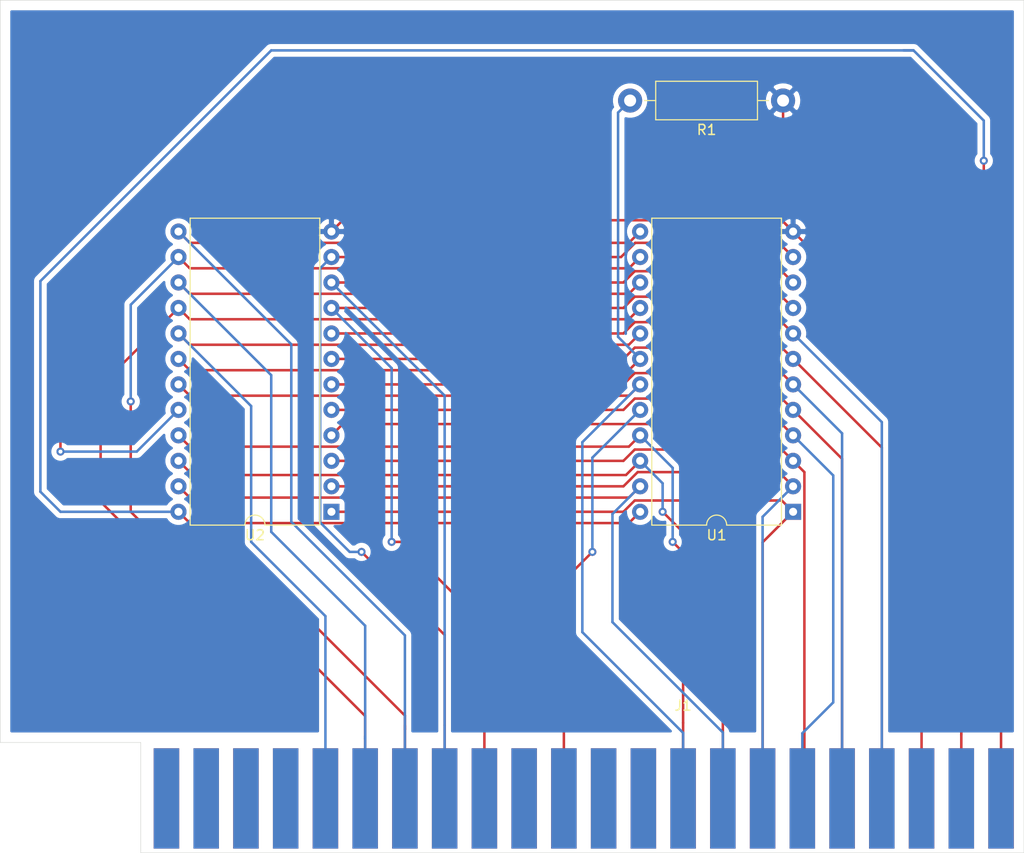
<source format=kicad_pcb>
(kicad_pcb (version 20171130) (host pcbnew "(5.1.12)-1")

  (general
    (thickness 1.6)
    (drawings 6)
    (tracks 203)
    (zones 0)
    (modules 4)
    (nets 46)
  )

  (page A4)
  (layers
    (0 F.Cu signal)
    (31 B.Cu signal)
    (32 B.Adhes user hide)
    (33 F.Adhes user hide)
    (34 B.Paste user hide)
    (35 F.Paste user hide)
    (36 B.SilkS user hide)
    (37 F.SilkS user)
    (38 B.Mask user hide)
    (39 F.Mask user hide)
    (40 Dwgs.User user hide)
    (41 Cmts.User user hide)
    (42 Eco1.User user hide)
    (43 Eco2.User user hide)
    (44 Edge.Cuts user)
    (45 Margin user hide)
    (46 B.CrtYd user)
    (47 F.CrtYd user hide)
    (48 B.Fab user)
    (49 F.Fab user)
  )

  (setup
    (last_trace_width 0.25)
    (trace_clearance 0.2)
    (zone_clearance 0.508)
    (zone_45_only no)
    (trace_min 0.2)
    (via_size 0.8)
    (via_drill 0.4)
    (via_min_size 0.4)
    (via_min_drill 0.3)
    (uvia_size 0.3)
    (uvia_drill 0.1)
    (uvias_allowed no)
    (uvia_min_size 0.2)
    (uvia_min_drill 0.1)
    (edge_width 0.05)
    (segment_width 0.2)
    (pcb_text_width 0.3)
    (pcb_text_size 1.5 1.5)
    (mod_edge_width 0.12)
    (mod_text_size 1 1)
    (mod_text_width 0.15)
    (pad_size 1.524 1.524)
    (pad_drill 0.762)
    (pad_to_mask_clearance 0)
    (aux_axis_origin 0 0)
    (visible_elements 7FFFFFFF)
    (pcbplotparams
      (layerselection 0x010fc_ffffffff)
      (usegerberextensions false)
      (usegerberattributes true)
      (usegerberadvancedattributes true)
      (creategerberjobfile true)
      (excludeedgelayer true)
      (linewidth 0.100000)
      (plotframeref false)
      (viasonmask false)
      (mode 1)
      (useauxorigin false)
      (hpglpennumber 1)
      (hpglpenspeed 20)
      (hpglpendiameter 15.000000)
      (psnegative false)
      (psa4output false)
      (plotreference true)
      (plotvalue true)
      (plotinvisibletext false)
      (padsonsilk false)
      (subtractmaskfromsilk false)
      (outputformat 1)
      (mirror false)
      (drillshape 1)
      (scaleselection 1)
      (outputdirectory ""))
  )

  (net 0 "")
  (net 1 "Net-(J1-Pad22)")
  (net 2 "Net-(J1-Pad20)")
  (net 3 "Net-(J1-Pad19)")
  (net 4 "Net-(J1-Pad18)")
  (net 5 "Net-(J1-Pad17)")
  (net 6 "Net-(J1-Pad16)")
  (net 7 "Net-(J1-Pad15)")
  (net 8 "Net-(J1-Pad14)")
  (net 9 "Net-(J1-Pad9)")
  (net 10 "Net-(J1-Pad8)")
  (net 11 "Net-(J1-Pad7)")
  (net 12 "Net-(J1-Pad6)")
  (net 13 "Net-(J1-PadW)")
  (net 14 "Net-(J1-PadV)")
  (net 15 "Net-(J1-PadU)")
  (net 16 "Net-(J1-PadT)")
  (net 17 "Net-(J1-PadS)")
  (net 18 "Net-(J1-PadR)")
  (net 19 "Net-(J1-PadJ)")
  (net 20 "Net-(J1-PadH)")
  (net 21 "Net-(J1-PadF)")
  (net 22 "Net-(J1-PadE)")
  (net 23 "Net-(R1-Pad2)")
  (net 24 "Net-(J1-Pad1)")
  (net 25 "Net-(J1-Pad2)")
  (net 26 "Net-(J1-Pad3)")
  (net 27 "Net-(J1-Pad4)")
  (net 28 "Net-(J1-Pad5)")
  (net 29 "Net-(J1-Pad10)")
  (net 30 "Net-(J1-Pad12)")
  (net 31 "Net-(J1-Pad13)")
  (net 32 "Net-(J1-PadA)")
  (net 33 "Net-(J1-PadB)")
  (net 34 "Net-(J1-PadC)")
  (net 35 "Net-(J1-PadD)")
  (net 36 "Net-(J1-PadK)")
  (net 37 "Net-(J1-PadM)")
  (net 38 "Net-(J1-PadN)")
  (net 39 "Net-(J1-PadP)")
  (net 40 "Net-(J1-PadX)")
  (net 41 "Net-(J1-PadY)")
  (net 42 "Net-(J1-PadZ)")
  (net 43 /S)
  (net 44 /T)
  (net 45 /R)

  (net_class Default "This is the default net class."
    (clearance 0.2)
    (trace_width 0.25)
    (via_dia 0.8)
    (via_drill 0.4)
    (uvia_dia 0.3)
    (uvia_drill 0.1)
    (add_net /R)
    (add_net /S)
    (add_net /T)
    (add_net "Net-(J1-Pad1)")
    (add_net "Net-(J1-Pad10)")
    (add_net "Net-(J1-Pad12)")
    (add_net "Net-(J1-Pad13)")
    (add_net "Net-(J1-Pad14)")
    (add_net "Net-(J1-Pad15)")
    (add_net "Net-(J1-Pad16)")
    (add_net "Net-(J1-Pad17)")
    (add_net "Net-(J1-Pad18)")
    (add_net "Net-(J1-Pad19)")
    (add_net "Net-(J1-Pad2)")
    (add_net "Net-(J1-Pad20)")
    (add_net "Net-(J1-Pad22)")
    (add_net "Net-(J1-Pad3)")
    (add_net "Net-(J1-Pad4)")
    (add_net "Net-(J1-Pad5)")
    (add_net "Net-(J1-Pad6)")
    (add_net "Net-(J1-Pad7)")
    (add_net "Net-(J1-Pad8)")
    (add_net "Net-(J1-Pad9)")
    (add_net "Net-(J1-PadA)")
    (add_net "Net-(J1-PadB)")
    (add_net "Net-(J1-PadC)")
    (add_net "Net-(J1-PadD)")
    (add_net "Net-(J1-PadE)")
    (add_net "Net-(J1-PadF)")
    (add_net "Net-(J1-PadH)")
    (add_net "Net-(J1-PadJ)")
    (add_net "Net-(J1-PadK)")
    (add_net "Net-(J1-PadM)")
    (add_net "Net-(J1-PadN)")
    (add_net "Net-(J1-PadP)")
    (add_net "Net-(J1-PadR)")
    (add_net "Net-(J1-PadS)")
    (add_net "Net-(J1-PadT)")
    (add_net "Net-(J1-PadU)")
    (add_net "Net-(J1-PadV)")
    (add_net "Net-(J1-PadW)")
    (add_net "Net-(J1-PadX)")
    (add_net "Net-(J1-PadY)")
    (add_net "Net-(J1-PadZ)")
    (add_net "Net-(R1-Pad2)")
  )

  (module Package_DIP:DIP-24_W15.24mm (layer F.Cu) (tedit 5A02E8C5) (tstamp 62DCF83C)
    (at 192 115 180)
    (descr "24-lead though-hole mounted DIP package, row spacing 15.24 mm (600 mils)")
    (tags "THT DIP DIL PDIP 2.54mm 15.24mm 600mil")
    (path /62DBEAE8)
    (fp_text reference U1 (at 7.62 -2.33) (layer F.SilkS)
      (effects (font (size 1 1) (thickness 0.15)))
    )
    (fp_text value 2732 (at 7.62 30.27) (layer F.Fab)
      (effects (font (size 1 1) (thickness 0.15)))
    )
    (fp_line (start 1.255 -1.27) (end 14.985 -1.27) (layer F.Fab) (width 0.1))
    (fp_line (start 14.985 -1.27) (end 14.985 29.21) (layer F.Fab) (width 0.1))
    (fp_line (start 14.985 29.21) (end 0.255 29.21) (layer F.Fab) (width 0.1))
    (fp_line (start 0.255 29.21) (end 0.255 -0.27) (layer F.Fab) (width 0.1))
    (fp_line (start 0.255 -0.27) (end 1.255 -1.27) (layer F.Fab) (width 0.1))
    (fp_line (start 6.62 -1.33) (end 1.16 -1.33) (layer F.SilkS) (width 0.12))
    (fp_line (start 1.16 -1.33) (end 1.16 29.27) (layer F.SilkS) (width 0.12))
    (fp_line (start 1.16 29.27) (end 14.08 29.27) (layer F.SilkS) (width 0.12))
    (fp_line (start 14.08 29.27) (end 14.08 -1.33) (layer F.SilkS) (width 0.12))
    (fp_line (start 14.08 -1.33) (end 8.62 -1.33) (layer F.SilkS) (width 0.12))
    (fp_line (start -1.05 -1.55) (end -1.05 29.5) (layer F.CrtYd) (width 0.05))
    (fp_line (start -1.05 29.5) (end 16.3 29.5) (layer F.CrtYd) (width 0.05))
    (fp_line (start 16.3 29.5) (end 16.3 -1.55) (layer F.CrtYd) (width 0.05))
    (fp_line (start 16.3 -1.55) (end -1.05 -1.55) (layer F.CrtYd) (width 0.05))
    (fp_text user %R (at 7.62 13.97) (layer F.Fab)
      (effects (font (size 1 1) (thickness 0.15)))
    )
    (fp_arc (start 7.62 -1.33) (end 6.62 -1.33) (angle -180) (layer F.SilkS) (width 0.12))
    (pad 24 thru_hole oval (at 15.24 0 180) (size 1.6 1.6) (drill 0.8) (layers *.Cu *.Mask)
      (net 1 "Net-(J1-Pad22)"))
    (pad 12 thru_hole oval (at 0 27.94 180) (size 1.6 1.6) (drill 0.8) (layers *.Cu *.Mask)
      (net 2 "Net-(J1-Pad20)"))
    (pad 23 thru_hole oval (at 15.24 2.54 180) (size 1.6 1.6) (drill 0.8) (layers *.Cu *.Mask)
      (net 17 "Net-(J1-PadS)"))
    (pad 11 thru_hole oval (at 0 25.4 180) (size 1.6 1.6) (drill 0.8) (layers *.Cu *.Mask)
      (net 10 "Net-(J1-Pad8)"))
    (pad 22 thru_hole oval (at 15.24 5.08 180) (size 1.6 1.6) (drill 0.8) (layers *.Cu *.Mask)
      (net 7 "Net-(J1-Pad15)"))
    (pad 10 thru_hole oval (at 0 22.86 180) (size 1.6 1.6) (drill 0.8) (layers *.Cu *.Mask)
      (net 19 "Net-(J1-PadJ)"))
    (pad 21 thru_hole oval (at 15.24 7.62 180) (size 1.6 1.6) (drill 0.8) (layers *.Cu *.Mask)
      (net 8 "Net-(J1-Pad14)"))
    (pad 9 thru_hole oval (at 0 20.32 180) (size 1.6 1.6) (drill 0.8) (layers *.Cu *.Mask)
      (net 9 "Net-(J1-Pad9)"))
    (pad 20 thru_hole oval (at 15.24 10.16 180) (size 1.6 1.6) (drill 0.8) (layers *.Cu *.Mask)
      (net 43 /S))
    (pad 8 thru_hole oval (at 0 17.78 180) (size 1.6 1.6) (drill 0.8) (layers *.Cu *.Mask)
      (net 13 "Net-(J1-PadW)"))
    (pad 19 thru_hole oval (at 15.24 12.7 180) (size 1.6 1.6) (drill 0.8) (layers *.Cu *.Mask)
      (net 18 "Net-(J1-PadR)"))
    (pad 7 thru_hole oval (at 0 15.24 180) (size 1.6 1.6) (drill 0.8) (layers *.Cu *.Mask)
      (net 3 "Net-(J1-Pad19)"))
    (pad 18 thru_hole oval (at 15.24 15.24 180) (size 1.6 1.6) (drill 0.8) (layers *.Cu *.Mask)
      (net 23 "Net-(R1-Pad2)"))
    (pad 6 thru_hole oval (at 0 12.7 180) (size 1.6 1.6) (drill 0.8) (layers *.Cu *.Mask)
      (net 14 "Net-(J1-PadV)"))
    (pad 17 thru_hole oval (at 15.24 17.78 180) (size 1.6 1.6) (drill 0.8) (layers *.Cu *.Mask)
      (net 22 "Net-(J1-PadE)"))
    (pad 5 thru_hole oval (at 0 10.16 180) (size 1.6 1.6) (drill 0.8) (layers *.Cu *.Mask)
      (net 4 "Net-(J1-Pad18)"))
    (pad 16 thru_hole oval (at 15.24 20.32 180) (size 1.6 1.6) (drill 0.8) (layers *.Cu *.Mask)
      (net 12 "Net-(J1-Pad6)"))
    (pad 4 thru_hole oval (at 0 7.62 180) (size 1.6 1.6) (drill 0.8) (layers *.Cu *.Mask)
      (net 15 "Net-(J1-PadU)"))
    (pad 15 thru_hole oval (at 15.24 22.86 180) (size 1.6 1.6) (drill 0.8) (layers *.Cu *.Mask)
      (net 21 "Net-(J1-PadF)"))
    (pad 3 thru_hole oval (at 0 5.08 180) (size 1.6 1.6) (drill 0.8) (layers *.Cu *.Mask)
      (net 5 "Net-(J1-Pad17)"))
    (pad 14 thru_hole oval (at 15.24 25.4 180) (size 1.6 1.6) (drill 0.8) (layers *.Cu *.Mask)
      (net 11 "Net-(J1-Pad7)"))
    (pad 2 thru_hole oval (at 0 2.54 180) (size 1.6 1.6) (drill 0.8) (layers *.Cu *.Mask)
      (net 16 "Net-(J1-PadT)"))
    (pad 13 thru_hole oval (at 15.24 27.94 180) (size 1.6 1.6) (drill 0.8) (layers *.Cu *.Mask)
      (net 20 "Net-(J1-PadH)"))
    (pad 1 thru_hole rect (at 0 0 180) (size 1.6 1.6) (drill 0.8) (layers *.Cu *.Mask)
      (net 6 "Net-(J1-Pad16)"))
    (model ${KISYS3DMOD}/Package_DIP.3dshapes/DIP-24_W15.24mm.wrl
      (at (xyz 0 0 0))
      (scale (xyz 1 1 1))
      (rotate (xyz 0 0 0))
    )
  )

  (module Package_DIP:DIP-24_W15.24mm (layer F.Cu) (tedit 5A02E8C5) (tstamp 62EACB00)
    (at 146 115 180)
    (descr "24-lead though-hole mounted DIP package, row spacing 15.24 mm (600 mils)")
    (tags "THT DIP DIL PDIP 2.54mm 15.24mm 600mil")
    (path /62EAFEC7)
    (fp_text reference U2 (at 7.62 -2.33) (layer F.SilkS)
      (effects (font (size 1 1) (thickness 0.15)))
    )
    (fp_text value 2732 (at 7.62 30.27) (layer F.Fab)
      (effects (font (size 1 1) (thickness 0.15)))
    )
    (fp_line (start 16.3 -1.55) (end -1.05 -1.55) (layer F.CrtYd) (width 0.05))
    (fp_line (start 16.3 29.5) (end 16.3 -1.55) (layer F.CrtYd) (width 0.05))
    (fp_line (start -1.05 29.5) (end 16.3 29.5) (layer F.CrtYd) (width 0.05))
    (fp_line (start -1.05 -1.55) (end -1.05 29.5) (layer F.CrtYd) (width 0.05))
    (fp_line (start 14.08 -1.33) (end 8.62 -1.33) (layer F.SilkS) (width 0.12))
    (fp_line (start 14.08 29.27) (end 14.08 -1.33) (layer F.SilkS) (width 0.12))
    (fp_line (start 1.16 29.27) (end 14.08 29.27) (layer F.SilkS) (width 0.12))
    (fp_line (start 1.16 -1.33) (end 1.16 29.27) (layer F.SilkS) (width 0.12))
    (fp_line (start 6.62 -1.33) (end 1.16 -1.33) (layer F.SilkS) (width 0.12))
    (fp_line (start 0.255 -0.27) (end 1.255 -1.27) (layer F.Fab) (width 0.1))
    (fp_line (start 0.255 29.21) (end 0.255 -0.27) (layer F.Fab) (width 0.1))
    (fp_line (start 14.985 29.21) (end 0.255 29.21) (layer F.Fab) (width 0.1))
    (fp_line (start 14.985 -1.27) (end 14.985 29.21) (layer F.Fab) (width 0.1))
    (fp_line (start 1.255 -1.27) (end 14.985 -1.27) (layer F.Fab) (width 0.1))
    (fp_text user %R (at 7.62 13.97) (layer F.Fab)
      (effects (font (size 1 1) (thickness 0.15)))
    )
    (fp_arc (start 7.62 -1.33) (end 6.62 -1.33) (angle -180) (layer F.SilkS) (width 0.12))
    (pad 24 thru_hole oval (at 15.24 0 180) (size 1.6 1.6) (drill 0.8) (layers *.Cu *.Mask)
      (net 1 "Net-(J1-Pad22)"))
    (pad 12 thru_hole oval (at 0 27.94 180) (size 1.6 1.6) (drill 0.8) (layers *.Cu *.Mask)
      (net 2 "Net-(J1-Pad20)"))
    (pad 23 thru_hole oval (at 15.24 2.54 180) (size 1.6 1.6) (drill 0.8) (layers *.Cu *.Mask)
      (net 17 "Net-(J1-PadS)"))
    (pad 11 thru_hole oval (at 0 25.4 180) (size 1.6 1.6) (drill 0.8) (layers *.Cu *.Mask)
      (net 10 "Net-(J1-Pad8)"))
    (pad 22 thru_hole oval (at 15.24 5.08 180) (size 1.6 1.6) (drill 0.8) (layers *.Cu *.Mask)
      (net 7 "Net-(J1-Pad15)"))
    (pad 10 thru_hole oval (at 0 22.86 180) (size 1.6 1.6) (drill 0.8) (layers *.Cu *.Mask)
      (net 19 "Net-(J1-PadJ)"))
    (pad 21 thru_hole oval (at 15.24 7.62 180) (size 1.6 1.6) (drill 0.8) (layers *.Cu *.Mask)
      (net 8 "Net-(J1-Pad14)"))
    (pad 9 thru_hole oval (at 0 20.32 180) (size 1.6 1.6) (drill 0.8) (layers *.Cu *.Mask)
      (net 9 "Net-(J1-Pad9)"))
    (pad 20 thru_hole oval (at 15.24 10.16 180) (size 1.6 1.6) (drill 0.8) (layers *.Cu *.Mask)
      (net 44 /T))
    (pad 8 thru_hole oval (at 0 17.78 180) (size 1.6 1.6) (drill 0.8) (layers *.Cu *.Mask)
      (net 13 "Net-(J1-PadW)"))
    (pad 19 thru_hole oval (at 15.24 12.7 180) (size 1.6 1.6) (drill 0.8) (layers *.Cu *.Mask)
      (net 18 "Net-(J1-PadR)"))
    (pad 7 thru_hole oval (at 0 15.24 180) (size 1.6 1.6) (drill 0.8) (layers *.Cu *.Mask)
      (net 3 "Net-(J1-Pad19)"))
    (pad 18 thru_hole oval (at 15.24 15.24 180) (size 1.6 1.6) (drill 0.8) (layers *.Cu *.Mask)
      (net 23 "Net-(R1-Pad2)"))
    (pad 6 thru_hole oval (at 0 12.7 180) (size 1.6 1.6) (drill 0.8) (layers *.Cu *.Mask)
      (net 14 "Net-(J1-PadV)"))
    (pad 17 thru_hole oval (at 15.24 17.78 180) (size 1.6 1.6) (drill 0.8) (layers *.Cu *.Mask)
      (net 22 "Net-(J1-PadE)"))
    (pad 5 thru_hole oval (at 0 10.16 180) (size 1.6 1.6) (drill 0.8) (layers *.Cu *.Mask)
      (net 4 "Net-(J1-Pad18)"))
    (pad 16 thru_hole oval (at 15.24 20.32 180) (size 1.6 1.6) (drill 0.8) (layers *.Cu *.Mask)
      (net 12 "Net-(J1-Pad6)"))
    (pad 4 thru_hole oval (at 0 7.62 180) (size 1.6 1.6) (drill 0.8) (layers *.Cu *.Mask)
      (net 15 "Net-(J1-PadU)"))
    (pad 15 thru_hole oval (at 15.24 22.86 180) (size 1.6 1.6) (drill 0.8) (layers *.Cu *.Mask)
      (net 21 "Net-(J1-PadF)"))
    (pad 3 thru_hole oval (at 0 5.08 180) (size 1.6 1.6) (drill 0.8) (layers *.Cu *.Mask)
      (net 5 "Net-(J1-Pad17)"))
    (pad 14 thru_hole oval (at 15.24 25.4 180) (size 1.6 1.6) (drill 0.8) (layers *.Cu *.Mask)
      (net 11 "Net-(J1-Pad7)"))
    (pad 2 thru_hole oval (at 0 2.54 180) (size 1.6 1.6) (drill 0.8) (layers *.Cu *.Mask)
      (net 16 "Net-(J1-PadT)"))
    (pad 13 thru_hole oval (at 15.24 27.94 180) (size 1.6 1.6) (drill 0.8) (layers *.Cu *.Mask)
      (net 20 "Net-(J1-PadH)"))
    (pad 1 thru_hole rect (at 0 0 180) (size 1.6 1.6) (drill 0.8) (layers *.Cu *.Mask)
      (net 6 "Net-(J1-Pad16)"))
    (model ${KISYS3DMOD}/Package_DIP.3dshapes/DIP-24_W15.24mm.wrl
      (at (xyz 0 0 0))
      (scale (xyz 1 1 1))
      (rotate (xyz 0 0 0))
    )
  )

  (module Connector_PCBEdge:Apple-1Bus (layer F.Cu) (tedit 62E53729) (tstamp 62E56327)
    (at 185 145)
    (descr "AT ISA 16 bits Bus Edge Connector")
    (tags "BUS ISA AT Edge connector")
    (path /62DBBC70)
    (attr virtual)
    (fp_text reference J1 (at -3.96 -10.68) (layer F.SilkS)
      (effects (font (size 1 1) (thickness 0.15)))
    )
    (fp_text value Conn_02x22_Apple_1-Connector_Generic_apple (at -51.48 -10.68) (layer F.Fab)
      (effects (font (size 1 1) (thickness 0.15)))
    )
    (fp_text user %R (at -3.96 -10.68) (layer F.Fab)
      (effects (font (size 1 1) (thickness 0.15)))
    )
    (pad 1 connect rect (at -55.44 -3.96) (size 2.54 10) (drill (offset 0 2.54)) (layers F.Cu F.Mask)
      (net 24 "Net-(J1-Pad1)"))
    (pad 2 connect rect (at -51.48 -3.96) (size 2.54 10) (drill (offset 0 2.54)) (layers F.Cu F.Mask)
      (net 25 "Net-(J1-Pad2)"))
    (pad 3 connect rect (at -47.52 -3.96) (size 2.54 10) (drill (offset 0 2.54)) (layers F.Cu F.Mask)
      (net 26 "Net-(J1-Pad3)"))
    (pad 4 connect rect (at -43.56 -3.96) (size 2.54 10) (drill (offset 0 2.54)) (layers F.Cu F.Mask)
      (net 27 "Net-(J1-Pad4)"))
    (pad 5 connect rect (at -39.6 -3.96) (size 2.54 10) (drill (offset 0 2.54)) (layers F.Cu F.Mask)
      (net 28 "Net-(J1-Pad5)"))
    (pad 6 connect rect (at -35.64 -3.96) (size 2.54 10) (drill (offset 0 2.54)) (layers F.Cu F.Mask)
      (net 12 "Net-(J1-Pad6)"))
    (pad 7 connect rect (at -31.68 -3.96) (size 2.54 10) (drill (offset 0 2.54)) (layers F.Cu F.Mask)
      (net 11 "Net-(J1-Pad7)"))
    (pad 8 connect rect (at -27.72 -3.96) (size 2.54 10) (drill (offset 0 2.54)) (layers F.Cu F.Mask)
      (net 10 "Net-(J1-Pad8)"))
    (pad 9 connect rect (at -23.76 -3.96) (size 2.54 10) (drill (offset 0 2.54)) (layers F.Cu F.Mask)
      (net 9 "Net-(J1-Pad9)"))
    (pad 10 connect rect (at -19.8 -3.96) (size 2.54 10) (drill (offset 0 2.54)) (layers F.Cu F.Mask)
      (net 29 "Net-(J1-Pad10)"))
    (pad 11 connect rect (at -15.84 -3.96) (size 2.54 10) (drill (offset 0 2.54)) (layers F.Cu F.Mask)
      (net 43 /S))
    (pad 12 connect rect (at -11.88 -3.96) (size 2.54 10) (drill (offset 0 2.54)) (layers F.Cu F.Mask)
      (net 30 "Net-(J1-Pad12)"))
    (pad 13 connect rect (at -7.92 -3.96) (size 2.54 10) (drill (offset 0 2.54)) (layers F.Cu F.Mask)
      (net 31 "Net-(J1-Pad13)"))
    (pad 14 connect rect (at -3.96 -3.96) (size 2.54 10) (drill (offset 0 2.54)) (layers F.Cu F.Mask)
      (net 8 "Net-(J1-Pad14)"))
    (pad 15 connect rect (at 0 -3.96) (size 2.54 10) (drill (offset 0 2.54)) (layers F.Cu F.Mask)
      (net 7 "Net-(J1-Pad15)"))
    (pad 16 connect rect (at 3.96 -3.96) (size 2.54 10) (drill (offset 0 2.54)) (layers F.Cu F.Mask)
      (net 6 "Net-(J1-Pad16)"))
    (pad 17 connect rect (at 7.92 -3.96) (size 2.54 10) (drill (offset 0 2.54)) (layers F.Cu F.Mask)
      (net 5 "Net-(J1-Pad17)"))
    (pad 18 connect rect (at 11.88 -3.96) (size 2.54 10) (drill (offset 0 2.54)) (layers F.Cu F.Mask)
      (net 4 "Net-(J1-Pad18)"))
    (pad 19 connect rect (at 15.84 -3.96) (size 2.54 10) (drill (offset 0 2.54)) (layers F.Cu F.Mask)
      (net 3 "Net-(J1-Pad19)"))
    (pad 20 connect rect (at 19.8 -3.96) (size 2.54 10) (drill (offset 0 2.54)) (layers F.Cu F.Mask)
      (net 2 "Net-(J1-Pad20)"))
    (pad 21 connect rect (at 23.76 -3.96) (size 2.54 10) (drill (offset 0 2.54)) (layers F.Cu F.Mask)
      (net 44 /T))
    (pad 22 connect rect (at 27.72 -3.96) (size 2.54 10) (drill (offset 0 2.54)) (layers F.Cu F.Mask)
      (net 1 "Net-(J1-Pad22)"))
    (pad A connect rect (at -55.44 -3.96) (size 2.54 10) (drill (offset 0 2.54)) (layers B.Cu B.Mask)
      (net 32 "Net-(J1-PadA)"))
    (pad B connect rect (at -51.48 -3.96) (size 2.54 10) (drill (offset 0 2.54)) (layers B.Cu B.Mask)
      (net 33 "Net-(J1-PadB)"))
    (pad C connect rect (at -47.52 -3.96) (size 2.54 10) (drill (offset 0 2.54)) (layers B.Cu B.Mask)
      (net 34 "Net-(J1-PadC)"))
    (pad D connect rect (at -43.56 -3.96) (size 2.54 10) (drill (offset 0 2.54)) (layers B.Cu B.Mask)
      (net 35 "Net-(J1-PadD)"))
    (pad E connect rect (at -39.6 -3.96) (size 2.54 10) (drill (offset 0 2.54)) (layers B.Cu B.Mask)
      (net 22 "Net-(J1-PadE)"))
    (pad F connect rect (at -35.64 -3.96) (size 2.54 10) (drill (offset 0 2.54)) (layers B.Cu B.Mask)
      (net 21 "Net-(J1-PadF)"))
    (pad H connect rect (at -31.68 -3.96) (size 2.54 10) (drill (offset 0 2.54)) (layers B.Cu B.Mask)
      (net 20 "Net-(J1-PadH)"))
    (pad J connect rect (at -27.72 -3.96) (size 2.54 10) (drill (offset 0 2.54)) (layers B.Cu B.Mask)
      (net 19 "Net-(J1-PadJ)"))
    (pad K connect rect (at -23.76 -3.96) (size 2.54 10) (drill (offset 0 2.54)) (layers B.Cu B.Mask)
      (net 36 "Net-(J1-PadK)"))
    (pad L connect rect (at -19.8 -3.96) (size 2.54 10) (drill (offset 0 2.54)) (layers B.Cu B.Mask)
      (net 45 /R))
    (pad M connect rect (at -15.84 -3.96) (size 2.54 10) (drill (offset 0 2.54)) (layers B.Cu B.Mask)
      (net 37 "Net-(J1-PadM)"))
    (pad N connect rect (at -11.88 -3.96) (size 2.54 10) (drill (offset 0 2.54)) (layers B.Cu B.Mask)
      (net 38 "Net-(J1-PadN)"))
    (pad P connect rect (at -7.92 -3.96) (size 2.54 10) (drill (offset 0 2.54)) (layers B.Cu B.Mask)
      (net 39 "Net-(J1-PadP)"))
    (pad R connect rect (at -3.96 -3.96) (size 2.54 10) (drill (offset 0 2.54)) (layers B.Cu B.Mask)
      (net 18 "Net-(J1-PadR)"))
    (pad S connect rect (at 0 -3.96) (size 2.54 10) (drill (offset 0 2.54)) (layers B.Cu B.Mask)
      (net 17 "Net-(J1-PadS)"))
    (pad T connect rect (at 3.96 -3.96) (size 2.54 10) (drill (offset 0 2.54)) (layers B.Cu B.Mask)
      (net 16 "Net-(J1-PadT)"))
    (pad U connect rect (at 7.92 -3.96) (size 2.54 10) (drill (offset 0 2.54)) (layers B.Cu B.Mask)
      (net 15 "Net-(J1-PadU)"))
    (pad V connect rect (at 11.88 -3.96) (size 2.54 10) (drill (offset 0 2.54)) (layers B.Cu B.Mask)
      (net 14 "Net-(J1-PadV)"))
    (pad W connect rect (at 15.84 -3.96) (size 2.54 10) (drill (offset 0 2.54)) (layers B.Cu B.Mask)
      (net 13 "Net-(J1-PadW)"))
    (pad X connect rect (at 19.8 -3.96) (size 2.54 10) (drill (offset 0 2.54)) (layers B.Cu B.Mask)
      (net 40 "Net-(J1-PadX)"))
    (pad Y connect rect (at 23.76 -3.96) (size 2.54 10) (drill (offset 0 2.54)) (layers B.Cu B.Mask)
      (net 41 "Net-(J1-PadY)"))
    (pad Z connect rect (at 27.72 -3.96) (size 2.54 10) (drill (offset 0 2.54)) (layers B.Cu B.Mask)
      (net 42 "Net-(J1-PadZ)"))
  )

  (module Resistor_THT:R_Axial_DIN0411_L9.9mm_D3.6mm_P15.24mm_Horizontal (layer F.Cu) (tedit 5AE5139B) (tstamp 62DE2EE9)
    (at 191 74 180)
    (descr "Resistor, Axial_DIN0411 series, Axial, Horizontal, pin pitch=15.24mm, 1W, length*diameter=9.9*3.6mm^2")
    (tags "Resistor Axial_DIN0411 series Axial Horizontal pin pitch 15.24mm 1W length 9.9mm diameter 3.6mm")
    (path /62E665C9)
    (fp_text reference R1 (at 7.62 -2.92) (layer F.SilkS)
      (effects (font (size 1 1) (thickness 0.15)))
    )
    (fp_text value R (at 7.62 2.92) (layer F.Fab)
      (effects (font (size 1 1) (thickness 0.15)))
    )
    (fp_line (start 2.67 -1.8) (end 2.67 1.8) (layer F.Fab) (width 0.1))
    (fp_line (start 2.67 1.8) (end 12.57 1.8) (layer F.Fab) (width 0.1))
    (fp_line (start 12.57 1.8) (end 12.57 -1.8) (layer F.Fab) (width 0.1))
    (fp_line (start 12.57 -1.8) (end 2.67 -1.8) (layer F.Fab) (width 0.1))
    (fp_line (start 0 0) (end 2.67 0) (layer F.Fab) (width 0.1))
    (fp_line (start 15.24 0) (end 12.57 0) (layer F.Fab) (width 0.1))
    (fp_line (start 2.55 -1.92) (end 2.55 1.92) (layer F.SilkS) (width 0.12))
    (fp_line (start 2.55 1.92) (end 12.69 1.92) (layer F.SilkS) (width 0.12))
    (fp_line (start 12.69 1.92) (end 12.69 -1.92) (layer F.SilkS) (width 0.12))
    (fp_line (start 12.69 -1.92) (end 2.55 -1.92) (layer F.SilkS) (width 0.12))
    (fp_line (start 1.44 0) (end 2.55 0) (layer F.SilkS) (width 0.12))
    (fp_line (start 13.8 0) (end 12.69 0) (layer F.SilkS) (width 0.12))
    (fp_line (start -1.45 -2.05) (end -1.45 2.05) (layer F.CrtYd) (width 0.05))
    (fp_line (start -1.45 2.05) (end 16.69 2.05) (layer F.CrtYd) (width 0.05))
    (fp_line (start 16.69 2.05) (end 16.69 -2.05) (layer F.CrtYd) (width 0.05))
    (fp_line (start 16.69 -2.05) (end -1.45 -2.05) (layer F.CrtYd) (width 0.05))
    (fp_text user %R (at 7.62 0) (layer F.Fab)
      (effects (font (size 1 1) (thickness 0.15)))
    )
    (pad 2 thru_hole oval (at 15.24 0 180) (size 2.4 2.4) (drill 1.2) (layers *.Cu *.Mask)
      (net 23 "Net-(R1-Pad2)"))
    (pad 1 thru_hole circle (at 0 0 180) (size 2.4 2.4) (drill 1.2) (layers *.Cu *.Mask)
      (net 2 "Net-(J1-Pad20)"))
    (model ${KISYS3DMOD}/Resistor_THT.3dshapes/R_Axial_DIN0411_L9.9mm_D3.6mm_P15.24mm_Horizontal.wrl
      (at (xyz 0 0 0))
      (scale (xyz 1 1 1))
      (rotate (xyz 0 0 0))
    )
  )

  (gr_line (start 127 138) (end 127 149) (layer Edge.Cuts) (width 0.05) (tstamp 62E5C86E))
  (gr_line (start 127 138) (end 113 138) (layer Edge.Cuts) (width 0.05))
  (gr_line (start 215 64) (end 215 149) (layer Edge.Cuts) (width 0.05))
  (gr_line (start 113 64) (end 215 64) (layer Edge.Cuts) (width 0.05))
  (gr_line (start 113 138) (end 113 64) (layer Edge.Cuts) (width 0.05))
  (gr_line (start 215 149) (end 127 149) (layer Edge.Cuts) (width 0.05))

  (segment (start 175.634999 116.125001) (end 176.76 115) (width 0.25) (layer F.Cu) (net 1))
  (segment (start 131.885001 116.125001) (end 175.634999 116.125001) (width 0.25) (layer F.Cu) (net 1))
  (segment (start 130.76 115) (end 131.885001 116.125001) (width 0.25) (layer F.Cu) (net 1))
  (segment (start 213 140.76) (end 212.72 141.04) (width 0.25) (layer F.Cu) (net 1))
  (segment (start 140 69) (end 204 69) (width 0.25) (layer B.Cu) (net 1))
  (segment (start 117 92) (end 140 69) (width 0.25) (layer B.Cu) (net 1))
  (segment (start 117 113) (end 117 92) (width 0.25) (layer B.Cu) (net 1))
  (segment (start 119 115) (end 117 113) (width 0.25) (layer B.Cu) (net 1))
  (segment (start 130.76 115) (end 119 115) (width 0.25) (layer B.Cu) (net 1))
  (segment (start 212.72 141.04) (end 212.72 136.28) (width 0.25) (layer F.Cu) (net 1))
  (segment (start 212.72 136.28) (end 211 134.56) (width 0.25) (layer F.Cu) (net 1))
  (segment (start 211 134.56) (end 211 99) (width 0.25) (layer F.Cu) (net 1))
  (via (at 211 80) (size 0.8) (drill 0.4) (layers F.Cu B.Cu) (net 1))
  (segment (start 211 99) (end 211 80) (width 0.25) (layer F.Cu) (net 1))
  (segment (start 211 80) (end 211 76) (width 0.25) (layer B.Cu) (net 1))
  (segment (start 211 76) (end 204 69) (width 0.25) (layer B.Cu) (net 1))
  (segment (start 204 69) (end 203 69) (width 0.25) (layer B.Cu) (net 1))
  (segment (start 190.874999 85.934999) (end 192 87.06) (width 0.25) (layer F.Cu) (net 2))
  (segment (start 147.125001 85.934999) (end 190.874999 85.934999) (width 0.25) (layer F.Cu) (net 2))
  (segment (start 146 87.06) (end 147.125001 85.934999) (width 0.25) (layer F.Cu) (net 2))
  (segment (start 204.8 99.86) (end 192 87.06) (width 0.25) (layer F.Cu) (net 2))
  (segment (start 204.8 141.04) (end 204.8 99.86) (width 0.25) (layer F.Cu) (net 2))
  (segment (start 191 86.06) (end 192 87.06) (width 0.25) (layer F.Cu) (net 2))
  (segment (start 191 74) (end 191 86.06) (width 0.25) (layer F.Cu) (net 2))
  (segment (start 190.874999 98.634999) (end 192 99.76) (width 0.25) (layer F.Cu) (net 3))
  (segment (start 176.219999 98.634999) (end 190.874999 98.634999) (width 0.25) (layer F.Cu) (net 3))
  (segment (start 175.094998 99.76) (end 176.219999 98.634999) (width 0.25) (layer F.Cu) (net 3))
  (segment (start 146 99.76) (end 175.094998 99.76) (width 0.25) (layer F.Cu) (net 3))
  (segment (start 200.84 108.6) (end 192 99.76) (width 0.25) (layer F.Cu) (net 3))
  (segment (start 200.84 141.04) (end 200.84 108.6) (width 0.25) (layer F.Cu) (net 3))
  (segment (start 190.874999 103.714999) (end 192 104.84) (width 0.25) (layer F.Cu) (net 4))
  (segment (start 176.219999 103.714999) (end 190.874999 103.714999) (width 0.25) (layer F.Cu) (net 4))
  (segment (start 175.094998 104.84) (end 176.219999 103.714999) (width 0.25) (layer F.Cu) (net 4))
  (segment (start 146 104.84) (end 175.094998 104.84) (width 0.25) (layer F.Cu) (net 4))
  (segment (start 196.88 109.72) (end 192 104.84) (width 0.25) (layer F.Cu) (net 4))
  (segment (start 196.88 141.04) (end 196.88 109.72) (width 0.25) (layer F.Cu) (net 4))
  (segment (start 190.874999 108.794999) (end 192 109.92) (width 0.25) (layer F.Cu) (net 5))
  (segment (start 176.219999 108.794999) (end 190.874999 108.794999) (width 0.25) (layer F.Cu) (net 5))
  (segment (start 175.094998 109.92) (end 176.219999 108.794999) (width 0.25) (layer F.Cu) (net 5))
  (segment (start 146 109.92) (end 175.094998 109.92) (width 0.25) (layer F.Cu) (net 5))
  (segment (start 193.125001 111.045001) (end 192 109.92) (width 0.25) (layer F.Cu) (net 5))
  (segment (start 193.125001 140.834999) (end 193.125001 111.045001) (width 0.25) (layer F.Cu) (net 5))
  (segment (start 192.92 141.04) (end 193.125001 140.834999) (width 0.25) (layer F.Cu) (net 5))
  (segment (start 190.874999 113.874999) (end 192 115) (width 0.25) (layer F.Cu) (net 6))
  (segment (start 176.219999 113.874999) (end 190.874999 113.874999) (width 0.25) (layer F.Cu) (net 6))
  (segment (start 175.094998 115) (end 176.219999 113.874999) (width 0.25) (layer F.Cu) (net 6))
  (segment (start 146 115) (end 175.094998 115) (width 0.25) (layer F.Cu) (net 6))
  (segment (start 188.96 118.04) (end 192 115) (width 0.25) (layer F.Cu) (net 6))
  (segment (start 188.96 141.04) (end 188.96 118.04) (width 0.25) (layer F.Cu) (net 6))
  (segment (start 175.345001 111.334999) (end 176.76 109.92) (width 0.25) (layer F.Cu) (net 7))
  (segment (start 132.174999 111.334999) (end 175.345001 111.334999) (width 0.25) (layer F.Cu) (net 7))
  (segment (start 130.76 109.92) (end 132.174999 111.334999) (width 0.25) (layer F.Cu) (net 7))
  (segment (start 185 141.04) (end 185 136) (width 0.25) (layer F.Cu) (net 7))
  (via (at 179 115) (size 0.8) (drill 0.4) (layers F.Cu B.Cu) (net 7))
  (segment (start 185 121) (end 179 115) (width 0.25) (layer F.Cu) (net 7))
  (segment (start 185 136) (end 185 121) (width 0.25) (layer F.Cu) (net 7))
  (segment (start 179 112.16) (end 176.76 109.92) (width 0.25) (layer B.Cu) (net 7))
  (segment (start 179 115) (end 179 112.16) (width 0.25) (layer B.Cu) (net 7))
  (segment (start 175.634999 108.505001) (end 176.76 107.38) (width 0.25) (layer F.Cu) (net 8))
  (segment (start 131.885001 108.505001) (end 175.634999 108.505001) (width 0.25) (layer F.Cu) (net 8))
  (segment (start 130.76 107.38) (end 131.885001 108.505001) (width 0.25) (layer F.Cu) (net 8))
  (segment (start 181.04 141.04) (end 181.04 136.04) (width 0.25) (layer F.Cu) (net 8))
  (via (at 180 118) (size 0.8) (drill 0.4) (layers F.Cu B.Cu) (net 8))
  (segment (start 181.04 119.04) (end 180 118) (width 0.25) (layer F.Cu) (net 8))
  (segment (start 181.04 136.04) (end 181.04 119.04) (width 0.25) (layer F.Cu) (net 8))
  (segment (start 180 110.62) (end 176.76 107.38) (width 0.25) (layer B.Cu) (net 8))
  (segment (start 180 118) (end 180 110.62) (width 0.25) (layer B.Cu) (net 8))
  (segment (start 190.874999 93.554999) (end 192 94.68) (width 0.25) (layer F.Cu) (net 9))
  (segment (start 176.219999 93.554999) (end 190.874999 93.554999) (width 0.25) (layer F.Cu) (net 9))
  (segment (start 175.094998 94.68) (end 176.219999 93.554999) (width 0.25) (layer F.Cu) (net 9))
  (segment (start 146 94.68) (end 175.094998 94.68) (width 0.25) (layer F.Cu) (net 9))
  (segment (start 161.24 141.04) (end 161.24 136.24) (width 0.25) (layer F.Cu) (net 9))
  (segment (start 161.24 136.24) (end 161.24 126.24) (width 0.25) (layer F.Cu) (net 9))
  (via (at 152 118) (size 0.8) (drill 0.4) (layers F.Cu B.Cu) (net 9))
  (segment (start 153 118) (end 152 118) (width 0.25) (layer F.Cu) (net 9))
  (segment (start 161.24 126.24) (end 153 118) (width 0.25) (layer F.Cu) (net 9))
  (segment (start 152 100.68) (end 146 94.68) (width 0.25) (layer B.Cu) (net 9))
  (segment (start 152 118) (end 152 100.68) (width 0.25) (layer B.Cu) (net 9))
  (segment (start 190.585001 88.185001) (end 192 89.6) (width 0.25) (layer F.Cu) (net 10))
  (segment (start 176.271409 88.185001) (end 190.585001 88.185001) (width 0.25) (layer F.Cu) (net 10))
  (segment (start 174.85641 89.6) (end 176.271409 88.185001) (width 0.25) (layer F.Cu) (net 10))
  (segment (start 146 89.6) (end 174.85641 89.6) (width 0.25) (layer F.Cu) (net 10))
  (segment (start 157.28 141.04) (end 157.28 136.28) (width 0.25) (layer F.Cu) (net 10))
  (via (at 149 119) (size 0.8) (drill 0.4) (layers F.Cu B.Cu) (net 10))
  (segment (start 157.28 127.28) (end 149 119) (width 0.25) (layer F.Cu) (net 10))
  (segment (start 157.28 136.28) (end 157.28 127.28) (width 0.25) (layer F.Cu) (net 10))
  (segment (start 144.874999 90.725001) (end 146 89.6) (width 0.25) (layer B.Cu) (net 10))
  (segment (start 144.874999 116.060001) (end 144.874999 90.725001) (width 0.25) (layer B.Cu) (net 10))
  (segment (start 147.814998 119) (end 144.874999 116.060001) (width 0.25) (layer B.Cu) (net 10))
  (segment (start 149 119) (end 147.814998 119) (width 0.25) (layer B.Cu) (net 10))
  (segment (start 175.634999 90.725001) (end 176.76 89.6) (width 0.25) (layer F.Cu) (net 11))
  (segment (start 131.885001 90.725001) (end 175.634999 90.725001) (width 0.25) (layer F.Cu) (net 11))
  (segment (start 130.76 89.6) (end 131.885001 90.725001) (width 0.25) (layer F.Cu) (net 11))
  (segment (start 153.32 136.68) (end 153.32 135.32) (width 0.25) (layer F.Cu) (net 11))
  (segment (start 153.32 141.04) (end 153.32 136.68) (width 0.25) (layer F.Cu) (net 11))
  (segment (start 153.32 136.68) (end 153.32 136.32) (width 0.25) (layer F.Cu) (net 11))
  (segment (start 153.32 135.32) (end 141 123) (width 0.25) (layer F.Cu) (net 11))
  (segment (start 141 123) (end 134 123) (width 0.25) (layer F.Cu) (net 11))
  (via (at 126 104) (size 0.8) (drill 0.4) (layers F.Cu B.Cu) (net 11))
  (segment (start 126 115) (end 126 104) (width 0.25) (layer F.Cu) (net 11))
  (segment (start 134 123) (end 126 115) (width 0.25) (layer F.Cu) (net 11))
  (segment (start 126 94.36) (end 130.76 89.6) (width 0.25) (layer B.Cu) (net 11))
  (segment (start 126 104) (end 126 94.36) (width 0.25) (layer B.Cu) (net 11))
  (segment (start 175.634999 95.805001) (end 176.76 94.68) (width 0.25) (layer F.Cu) (net 12))
  (segment (start 131.885001 95.805001) (end 175.634999 95.805001) (width 0.25) (layer F.Cu) (net 12))
  (segment (start 130.76 94.68) (end 131.885001 95.805001) (width 0.25) (layer F.Cu) (net 12))
  (segment (start 123 102.44) (end 130.76 94.68) (width 0.25) (layer F.Cu) (net 12))
  (segment (start 123 114) (end 123 102.44) (width 0.25) (layer F.Cu) (net 12))
  (segment (start 134 125) (end 123 114) (width 0.25) (layer F.Cu) (net 12))
  (segment (start 139 125) (end 134 125) (width 0.25) (layer F.Cu) (net 12))
  (segment (start 149.36 135.36) (end 139 125) (width 0.25) (layer F.Cu) (net 12))
  (segment (start 149.36 141.04) (end 149.36 135.36) (width 0.25) (layer F.Cu) (net 12))
  (segment (start 190.874999 96.094999) (end 192 97.22) (width 0.25) (layer F.Cu) (net 13))
  (segment (start 176.219999 96.094999) (end 190.874999 96.094999) (width 0.25) (layer F.Cu) (net 13))
  (segment (start 175.094998 97.22) (end 176.219999 96.094999) (width 0.25) (layer F.Cu) (net 13))
  (segment (start 146 97.22) (end 175.094998 97.22) (width 0.25) (layer F.Cu) (net 13))
  (segment (start 200.84 106.06) (end 192 97.22) (width 0.25) (layer B.Cu) (net 13))
  (segment (start 200.84 141.04) (end 200.84 106.06) (width 0.25) (layer B.Cu) (net 13))
  (segment (start 190.874999 101.174999) (end 192 102.3) (width 0.25) (layer F.Cu) (net 14))
  (segment (start 176.219999 101.174999) (end 190.874999 101.174999) (width 0.25) (layer F.Cu) (net 14))
  (segment (start 175.094998 102.3) (end 176.219999 101.174999) (width 0.25) (layer F.Cu) (net 14))
  (segment (start 146 102.3) (end 175.094998 102.3) (width 0.25) (layer F.Cu) (net 14))
  (segment (start 196.88 107.18) (end 192 102.3) (width 0.25) (layer B.Cu) (net 14))
  (segment (start 196.88 141.04) (end 196.88 107.18) (width 0.25) (layer B.Cu) (net 14))
  (segment (start 190.874999 106.254999) (end 192 107.38) (width 0.25) (layer F.Cu) (net 15))
  (segment (start 147.125001 106.254999) (end 190.874999 106.254999) (width 0.25) (layer F.Cu) (net 15))
  (segment (start 146 107.38) (end 147.125001 106.254999) (width 0.25) (layer F.Cu) (net 15))
  (segment (start 192.92 141.04) (end 192.92 137.08) (width 0.25) (layer B.Cu) (net 15))
  (segment (start 192.92 137.08) (end 196 134) (width 0.25) (layer B.Cu) (net 15))
  (segment (start 196 111.38) (end 192 107.38) (width 0.25) (layer B.Cu) (net 15))
  (segment (start 196 134) (end 196 111.38) (width 0.25) (layer B.Cu) (net 15))
  (segment (start 190.585001 111.045001) (end 192 112.46) (width 0.25) (layer F.Cu) (net 16))
  (segment (start 176.509997 111.045001) (end 190.585001 111.045001) (width 0.25) (layer F.Cu) (net 16))
  (segment (start 175.094998 112.46) (end 176.509997 111.045001) (width 0.25) (layer F.Cu) (net 16))
  (segment (start 146 112.46) (end 175.094998 112.46) (width 0.25) (layer F.Cu) (net 16))
  (segment (start 188.96 115.5) (end 192 112.46) (width 0.25) (layer B.Cu) (net 16))
  (segment (start 188.96 141.04) (end 188.96 115.5) (width 0.25) (layer B.Cu) (net 16))
  (segment (start 175.634999 113.585001) (end 176.76 112.46) (width 0.25) (layer F.Cu) (net 17))
  (segment (start 131.885001 113.585001) (end 175.634999 113.585001) (width 0.25) (layer F.Cu) (net 17))
  (segment (start 130.76 112.46) (end 131.885001 113.585001) (width 0.25) (layer F.Cu) (net 17))
  (segment (start 174 115.22) (end 176.76 112.46) (width 0.25) (layer B.Cu) (net 17))
  (segment (start 174 126) (end 174 115.22) (width 0.25) (layer B.Cu) (net 17))
  (segment (start 185 137) (end 174 126) (width 0.25) (layer B.Cu) (net 17))
  (segment (start 185 141.04) (end 185 137) (width 0.25) (layer B.Cu) (net 17))
  (segment (start 175.634999 103.425001) (end 176.76 102.3) (width 0.25) (layer F.Cu) (net 18))
  (segment (start 131.885001 103.425001) (end 175.634999 103.425001) (width 0.25) (layer F.Cu) (net 18))
  (segment (start 130.76 102.3) (end 131.885001 103.425001) (width 0.25) (layer F.Cu) (net 18))
  (segment (start 181.04 141.04) (end 181.04 137.04) (width 0.25) (layer B.Cu) (net 18))
  (segment (start 181.04 137.04) (end 171 127) (width 0.25) (layer B.Cu) (net 18))
  (segment (start 171 108.06) (end 176.76 102.3) (width 0.25) (layer B.Cu) (net 18))
  (segment (start 171 127) (end 171 108.06) (width 0.25) (layer B.Cu) (net 18))
  (segment (start 190.874999 91.014999) (end 192 92.14) (width 0.25) (layer F.Cu) (net 19))
  (segment (start 176.219999 91.014999) (end 190.874999 91.014999) (width 0.25) (layer F.Cu) (net 19))
  (segment (start 175.094998 92.14) (end 176.219999 91.014999) (width 0.25) (layer F.Cu) (net 19))
  (segment (start 146 92.14) (end 175.094998 92.14) (width 0.25) (layer F.Cu) (net 19))
  (segment (start 157.28 103.42) (end 146 92.14) (width 0.25) (layer B.Cu) (net 19))
  (segment (start 157.28 141.04) (end 157.28 103.42) (width 0.25) (layer B.Cu) (net 19))
  (segment (start 175.634999 88.185001) (end 176.76 87.06) (width 0.25) (layer F.Cu) (net 20))
  (segment (start 131.885001 88.185001) (end 175.634999 88.185001) (width 0.25) (layer F.Cu) (net 20))
  (segment (start 130.76 87.06) (end 131.885001 88.185001) (width 0.25) (layer F.Cu) (net 20))
  (segment (start 142 98.3) (end 130.76 87.06) (width 0.25) (layer B.Cu) (net 20))
  (segment (start 142 116) (end 142 98.3) (width 0.25) (layer B.Cu) (net 20))
  (segment (start 153.32 127.32) (end 142 116) (width 0.25) (layer B.Cu) (net 20))
  (segment (start 153.32 141.04) (end 153.32 127.32) (width 0.25) (layer B.Cu) (net 20))
  (segment (start 175.634999 93.265001) (end 176.76 92.14) (width 0.25) (layer F.Cu) (net 21))
  (segment (start 131.885001 93.265001) (end 175.634999 93.265001) (width 0.25) (layer F.Cu) (net 21))
  (segment (start 130.76 92.14) (end 131.885001 93.265001) (width 0.25) (layer F.Cu) (net 21))
  (segment (start 149.36 137.64) (end 149.36 126.36) (width 0.25) (layer B.Cu) (net 21))
  (segment (start 149.36 141.04) (end 149.36 137.64) (width 0.25) (layer B.Cu) (net 21))
  (segment (start 149.36 137.64) (end 149.36 137.36) (width 0.25) (layer B.Cu) (net 21))
  (segment (start 149.36 126.36) (end 140 117) (width 0.25) (layer B.Cu) (net 21))
  (segment (start 140 101.38) (end 130.76 92.14) (width 0.25) (layer B.Cu) (net 21))
  (segment (start 140 117) (end 140 101.38) (width 0.25) (layer B.Cu) (net 21))
  (segment (start 175.634999 98.345001) (end 176.76 97.22) (width 0.25) (layer F.Cu) (net 22))
  (segment (start 131.885001 98.345001) (end 175.634999 98.345001) (width 0.25) (layer F.Cu) (net 22))
  (segment (start 130.76 97.22) (end 131.885001 98.345001) (width 0.25) (layer F.Cu) (net 22))
  (segment (start 138 104.46) (end 130.76 97.22) (width 0.25) (layer B.Cu) (net 22))
  (segment (start 138 118) (end 138 104.46) (width 0.25) (layer B.Cu) (net 22))
  (segment (start 145.4 125.4) (end 138 118) (width 0.25) (layer B.Cu) (net 22))
  (segment (start 145.4 141.04) (end 145.4 125.4) (width 0.25) (layer B.Cu) (net 22))
  (segment (start 175.634999 100.885001) (end 176.76 99.76) (width 0.25) (layer F.Cu) (net 23))
  (segment (start 131.885001 100.885001) (end 175.634999 100.885001) (width 0.25) (layer F.Cu) (net 23))
  (segment (start 130.76 99.76) (end 131.885001 100.885001) (width 0.25) (layer F.Cu) (net 23))
  (segment (start 174.560001 97.560001) (end 176.76 99.76) (width 0.25) (layer B.Cu) (net 23))
  (segment (start 174.560001 75.199999) (end 174.560001 97.560001) (width 0.25) (layer B.Cu) (net 23))
  (segment (start 175.76 74) (end 174.560001 75.199999) (width 0.25) (layer B.Cu) (net 23))
  (segment (start 169.16 141.04) (end 169.16 136.16) (width 0.25) (layer F.Cu) (net 43))
  (via (at 172 119) (size 0.8) (drill 0.4) (layers F.Cu B.Cu) (net 43))
  (segment (start 169.16 121.84) (end 172 119) (width 0.25) (layer F.Cu) (net 43))
  (segment (start 169.16 136.16) (end 169.16 121.84) (width 0.25) (layer F.Cu) (net 43))
  (segment (start 172 109.6) (end 176.76 104.84) (width 0.25) (layer B.Cu) (net 43))
  (segment (start 172 119) (end 172 109.6) (width 0.25) (layer B.Cu) (net 43))
  (segment (start 208.76 137.24) (end 208.76 75.76) (width 0.25) (layer F.Cu) (net 44))
  (segment (start 208.76 141.04) (end 208.76 137.24) (width 0.25) (layer F.Cu) (net 44))
  (segment (start 208.76 137.24) (end 208.76 136.24) (width 0.25) (layer F.Cu) (net 44))
  (segment (start 208.76 75.76) (end 205.474999 72.474999) (width 0.25) (layer F.Cu) (net 44))
  (segment (start 205.474999 72.474999) (end 203 70) (width 0.25) (layer F.Cu) (net 44))
  (segment (start 203 70) (end 141 70) (width 0.25) (layer F.Cu) (net 44))
  (segment (start 141 70) (end 119 92) (width 0.25) (layer F.Cu) (net 44))
  (via (at 119 109) (size 0.8) (drill 0.4) (layers F.Cu B.Cu) (net 44))
  (segment (start 119 92) (end 119 109) (width 0.25) (layer F.Cu) (net 44))
  (segment (start 126.6 109) (end 130.76 104.84) (width 0.25) (layer B.Cu) (net 44))
  (segment (start 119 109) (end 126.6 109) (width 0.25) (layer B.Cu) (net 44))

  (zone (net 2) (net_name "Net-(J1-Pad20)") (layer B.Cu) (tstamp 0) (hatch edge 0.508)
    (connect_pads (clearance 0.508))
    (min_thickness 0.254)
    (fill yes (arc_segments 32) (thermal_gap 0.508) (thermal_bridge_width 0.508))
    (polygon
      (pts
        (xy 214 137) (xy 114 137) (xy 114 65) (xy 214 65)
      )
    )
    (filled_polygon
      (pts
        (xy 213.873 136.873) (xy 201.6 136.873) (xy 201.6 106.097323) (xy 201.603676 106.06) (xy 201.6 106.022677)
        (xy 201.6 106.022667) (xy 201.589003 105.911014) (xy 201.545546 105.767753) (xy 201.474974 105.635723) (xy 201.403799 105.548997)
        (xy 201.380001 105.519999) (xy 201.351003 105.496201) (xy 193.398688 97.543887) (xy 193.435 97.361335) (xy 193.435 97.078665)
        (xy 193.379853 96.801426) (xy 193.27168 96.540273) (xy 193.114637 96.305241) (xy 192.914759 96.105363) (xy 192.682241 95.95)
        (xy 192.914759 95.794637) (xy 193.114637 95.594759) (xy 193.27168 95.359727) (xy 193.379853 95.098574) (xy 193.435 94.821335)
        (xy 193.435 94.538665) (xy 193.379853 94.261426) (xy 193.27168 94.000273) (xy 193.114637 93.765241) (xy 192.914759 93.565363)
        (xy 192.682241 93.41) (xy 192.914759 93.254637) (xy 193.114637 93.054759) (xy 193.27168 92.819727) (xy 193.379853 92.558574)
        (xy 193.435 92.281335) (xy 193.435 91.998665) (xy 193.379853 91.721426) (xy 193.27168 91.460273) (xy 193.114637 91.225241)
        (xy 192.914759 91.025363) (xy 192.682241 90.87) (xy 192.914759 90.714637) (xy 193.114637 90.514759) (xy 193.27168 90.279727)
        (xy 193.379853 90.018574) (xy 193.435 89.741335) (xy 193.435 89.458665) (xy 193.379853 89.181426) (xy 193.27168 88.920273)
        (xy 193.114637 88.685241) (xy 192.914759 88.485363) (xy 192.679727 88.32832) (xy 192.669135 88.323933) (xy 192.855131 88.212385)
        (xy 193.063519 88.023414) (xy 193.231037 87.79742) (xy 193.351246 87.543087) (xy 193.391904 87.409039) (xy 193.269915 87.187)
        (xy 192.127 87.187) (xy 192.127 87.207) (xy 191.873 87.207) (xy 191.873 87.187) (xy 190.730085 87.187)
        (xy 190.608096 87.409039) (xy 190.648754 87.543087) (xy 190.768963 87.79742) (xy 190.936481 88.023414) (xy 191.144869 88.212385)
        (xy 191.330865 88.323933) (xy 191.320273 88.32832) (xy 191.085241 88.485363) (xy 190.885363 88.685241) (xy 190.72832 88.920273)
        (xy 190.620147 89.181426) (xy 190.565 89.458665) (xy 190.565 89.741335) (xy 190.620147 90.018574) (xy 190.72832 90.279727)
        (xy 190.885363 90.514759) (xy 191.085241 90.714637) (xy 191.317759 90.87) (xy 191.085241 91.025363) (xy 190.885363 91.225241)
        (xy 190.72832 91.460273) (xy 190.620147 91.721426) (xy 190.565 91.998665) (xy 190.565 92.281335) (xy 190.620147 92.558574)
        (xy 190.72832 92.819727) (xy 190.885363 93.054759) (xy 191.085241 93.254637) (xy 191.317759 93.41) (xy 191.085241 93.565363)
        (xy 190.885363 93.765241) (xy 190.72832 94.000273) (xy 190.620147 94.261426) (xy 190.565 94.538665) (xy 190.565 94.821335)
        (xy 190.620147 95.098574) (xy 190.72832 95.359727) (xy 190.885363 95.594759) (xy 191.085241 95.794637) (xy 191.317759 95.95)
        (xy 191.085241 96.105363) (xy 190.885363 96.305241) (xy 190.72832 96.540273) (xy 190.620147 96.801426) (xy 190.565 97.078665)
        (xy 190.565 97.361335) (xy 190.620147 97.638574) (xy 190.72832 97.899727) (xy 190.885363 98.134759) (xy 191.085241 98.334637)
        (xy 191.317759 98.49) (xy 191.085241 98.645363) (xy 190.885363 98.845241) (xy 190.72832 99.080273) (xy 190.620147 99.341426)
        (xy 190.565 99.618665) (xy 190.565 99.901335) (xy 190.620147 100.178574) (xy 190.72832 100.439727) (xy 190.885363 100.674759)
        (xy 191.085241 100.874637) (xy 191.317759 101.03) (xy 191.085241 101.185363) (xy 190.885363 101.385241) (xy 190.72832 101.620273)
        (xy 190.620147 101.881426) (xy 190.565 102.158665) (xy 190.565 102.441335) (xy 190.620147 102.718574) (xy 190.72832 102.979727)
        (xy 190.885363 103.214759) (xy 191.085241 103.414637) (xy 191.317759 103.57) (xy 191.085241 103.725363) (xy 190.885363 103.925241)
        (xy 190.72832 104.160273) (xy 190.620147 104.421426) (xy 190.565 104.698665) (xy 190.565 104.981335) (xy 190.620147 105.258574)
        (xy 190.72832 105.519727) (xy 190.885363 105.754759) (xy 191.085241 105.954637) (xy 191.317759 106.11) (xy 191.085241 106.265363)
        (xy 190.885363 106.465241) (xy 190.72832 106.700273) (xy 190.620147 106.961426) (xy 190.565 107.238665) (xy 190.565 107.521335)
        (xy 190.620147 107.798574) (xy 190.72832 108.059727) (xy 190.885363 108.294759) (xy 191.085241 108.494637) (xy 191.317759 108.65)
        (xy 191.085241 108.805363) (xy 190.885363 109.005241) (xy 190.72832 109.240273) (xy 190.620147 109.501426) (xy 190.565 109.778665)
        (xy 190.565 110.061335) (xy 190.620147 110.338574) (xy 190.72832 110.599727) (xy 190.885363 110.834759) (xy 191.085241 111.034637)
        (xy 191.317759 111.19) (xy 191.085241 111.345363) (xy 190.885363 111.545241) (xy 190.72832 111.780273) (xy 190.620147 112.041426)
        (xy 190.565 112.318665) (xy 190.565 112.601335) (xy 190.601312 112.783886) (xy 188.448998 114.936201) (xy 188.42 114.959999)
        (xy 188.396202 114.988997) (xy 188.396201 114.988998) (xy 188.325026 115.075724) (xy 188.254454 115.207754) (xy 188.210998 115.351015)
        (xy 188.196324 115.5) (xy 188.200001 115.537333) (xy 188.2 136.873) (xy 185.751168 136.873) (xy 185.749003 136.851014)
        (xy 185.705546 136.707753) (xy 185.634974 136.575724) (xy 185.540001 136.459999) (xy 185.511003 136.436201) (xy 174.76 125.685199)
        (xy 174.76 115.534801) (xy 175.325 114.969802) (xy 175.325 115.141335) (xy 175.380147 115.418574) (xy 175.48832 115.679727)
        (xy 175.645363 115.914759) (xy 175.845241 116.114637) (xy 176.080273 116.27168) (xy 176.341426 116.379853) (xy 176.618665 116.435)
        (xy 176.901335 116.435) (xy 177.178574 116.379853) (xy 177.439727 116.27168) (xy 177.674759 116.114637) (xy 177.874637 115.914759)
        (xy 178.03168 115.679727) (xy 178.099689 115.515539) (xy 178.196063 115.659774) (xy 178.340226 115.803937) (xy 178.509744 115.917205)
        (xy 178.698102 115.995226) (xy 178.898061 116.035) (xy 179.101939 116.035) (xy 179.24 116.007538) (xy 179.24 117.296289)
        (xy 179.196063 117.340226) (xy 179.082795 117.509744) (xy 179.004774 117.698102) (xy 178.965 117.898061) (xy 178.965 118.101939)
        (xy 179.004774 118.301898) (xy 179.082795 118.490256) (xy 179.196063 118.659774) (xy 179.340226 118.803937) (xy 179.509744 118.917205)
        (xy 179.698102 118.995226) (xy 179.898061 119.035) (xy 180.101939 119.035) (xy 180.301898 118.995226) (xy 180.490256 118.917205)
        (xy 180.659774 118.803937) (xy 180.803937 118.659774) (xy 180.917205 118.490256) (xy 180.995226 118.301898) (xy 181.035 118.101939)
        (xy 181.035 117.898061) (xy 180.995226 117.698102) (xy 180.917205 117.509744) (xy 180.803937 117.340226) (xy 180.76 117.296289)
        (xy 180.76 110.657323) (xy 180.763676 110.62) (xy 180.76 110.582677) (xy 180.76 110.582667) (xy 180.749003 110.471014)
        (xy 180.705546 110.327753) (xy 180.655954 110.234974) (xy 180.634974 110.195723) (xy 180.563799 110.108997) (xy 180.540001 110.079999)
        (xy 180.511003 110.056201) (xy 178.158688 107.703886) (xy 178.195 107.521335) (xy 178.195 107.238665) (xy 178.139853 106.961426)
        (xy 178.03168 106.700273) (xy 177.874637 106.465241) (xy 177.674759 106.265363) (xy 177.442241 106.11) (xy 177.674759 105.954637)
        (xy 177.874637 105.754759) (xy 178.03168 105.519727) (xy 178.139853 105.258574) (xy 178.195 104.981335) (xy 178.195 104.698665)
        (xy 178.139853 104.421426) (xy 178.03168 104.160273) (xy 177.874637 103.925241) (xy 177.674759 103.725363) (xy 177.442241 103.57)
        (xy 177.674759 103.414637) (xy 177.874637 103.214759) (xy 178.03168 102.979727) (xy 178.139853 102.718574) (xy 178.195 102.441335)
        (xy 178.195 102.158665) (xy 178.139853 101.881426) (xy 178.03168 101.620273) (xy 177.874637 101.385241) (xy 177.674759 101.185363)
        (xy 177.442241 101.03) (xy 177.674759 100.874637) (xy 177.874637 100.674759) (xy 178.03168 100.439727) (xy 178.139853 100.178574)
        (xy 178.195 99.901335) (xy 178.195 99.618665) (xy 178.139853 99.341426) (xy 178.03168 99.080273) (xy 177.874637 98.845241)
        (xy 177.674759 98.645363) (xy 177.442241 98.49) (xy 177.674759 98.334637) (xy 177.874637 98.134759) (xy 178.03168 97.899727)
        (xy 178.139853 97.638574) (xy 178.195 97.361335) (xy 178.195 97.078665) (xy 178.139853 96.801426) (xy 178.03168 96.540273)
        (xy 177.874637 96.305241) (xy 177.674759 96.105363) (xy 177.442241 95.95) (xy 177.674759 95.794637) (xy 177.874637 95.594759)
        (xy 178.03168 95.359727) (xy 178.139853 95.098574) (xy 178.195 94.821335) (xy 178.195 94.538665) (xy 178.139853 94.261426)
        (xy 178.03168 94.000273) (xy 177.874637 93.765241) (xy 177.674759 93.565363) (xy 177.442241 93.41) (xy 177.674759 93.254637)
        (xy 177.874637 93.054759) (xy 178.03168 92.819727) (xy 178.139853 92.558574) (xy 178.195 92.281335) (xy 178.195 91.998665)
        (xy 178.139853 91.721426) (xy 178.03168 91.460273) (xy 177.874637 91.225241) (xy 177.674759 91.025363) (xy 177.442241 90.87)
        (xy 177.674759 90.714637) (xy 177.874637 90.514759) (xy 178.03168 90.279727) (xy 178.139853 90.018574) (xy 178.195 89.741335)
        (xy 178.195 89.458665) (xy 178.139853 89.181426) (xy 178.03168 88.920273) (xy 177.874637 88.685241) (xy 177.674759 88.485363)
        (xy 177.442241 88.33) (xy 177.674759 88.174637) (xy 177.874637 87.974759) (xy 178.03168 87.739727) (xy 178.139853 87.478574)
        (xy 178.195 87.201335) (xy 178.195 86.918665) (xy 178.153685 86.710961) (xy 190.608096 86.710961) (xy 190.730085 86.933)
        (xy 191.873 86.933) (xy 191.873 85.789376) (xy 192.127 85.789376) (xy 192.127 86.933) (xy 193.269915 86.933)
        (xy 193.391904 86.710961) (xy 193.351246 86.576913) (xy 193.231037 86.32258) (xy 193.063519 86.096586) (xy 192.855131 85.907615)
        (xy 192.613881 85.76293) (xy 192.34904 85.668091) (xy 192.127 85.789376) (xy 191.873 85.789376) (xy 191.65096 85.668091)
        (xy 191.386119 85.76293) (xy 191.144869 85.907615) (xy 190.936481 86.096586) (xy 190.768963 86.32258) (xy 190.648754 86.576913)
        (xy 190.608096 86.710961) (xy 178.153685 86.710961) (xy 178.139853 86.641426) (xy 178.03168 86.380273) (xy 177.874637 86.145241)
        (xy 177.674759 85.945363) (xy 177.439727 85.78832) (xy 177.178574 85.680147) (xy 176.901335 85.625) (xy 176.618665 85.625)
        (xy 176.341426 85.680147) (xy 176.080273 85.78832) (xy 175.845241 85.945363) (xy 175.645363 86.145241) (xy 175.48832 86.380273)
        (xy 175.380147 86.641426) (xy 175.325 86.918665) (xy 175.325 87.201335) (xy 175.380147 87.478574) (xy 175.48832 87.739727)
        (xy 175.645363 87.974759) (xy 175.845241 88.174637) (xy 176.077759 88.33) (xy 175.845241 88.485363) (xy 175.645363 88.685241)
        (xy 175.48832 88.920273) (xy 175.380147 89.181426) (xy 175.325 89.458665) (xy 175.325 89.741335) (xy 175.380147 90.018574)
        (xy 175.48832 90.279727) (xy 175.645363 90.514759) (xy 175.845241 90.714637) (xy 176.077759 90.87) (xy 175.845241 91.025363)
        (xy 175.645363 91.225241) (xy 175.48832 91.460273) (xy 175.380147 91.721426) (xy 175.325 91.998665) (xy 175.325 92.281335)
        (xy 175.380147 92.558574) (xy 175.48832 92.819727) (xy 175.645363 93.054759) (xy 175.845241 93.254637) (xy 176.077759 93.41)
        (xy 175.845241 93.565363) (xy 175.645363 93.765241) (xy 175.48832 94.000273) (xy 175.380147 94.261426) (xy 175.325 94.538665)
        (xy 175.325 94.821335) (xy 175.380147 95.098574) (xy 175.48832 95.359727) (xy 175.645363 95.594759) (xy 175.845241 95.794637)
        (xy 176.077759 95.95) (xy 175.845241 96.105363) (xy 175.645363 96.305241) (xy 175.48832 96.540273) (xy 175.380147 96.801426)
        (xy 175.325 97.078665) (xy 175.325 97.250199) (xy 175.320001 97.2452) (xy 175.320001 75.783429) (xy 175.579268 75.835)
        (xy 175.940732 75.835) (xy 176.29525 75.764482) (xy 176.629199 75.626156) (xy 176.929744 75.425338) (xy 177.077102 75.27798)
        (xy 189.901626 75.27798) (xy 190.021514 75.562836) (xy 190.34521 75.723699) (xy 190.694069 75.818322) (xy 191.054684 75.843067)
        (xy 191.413198 75.796985) (xy 191.755833 75.681846) (xy 191.978486 75.562836) (xy 192.098374 75.27798) (xy 191 74.179605)
        (xy 189.901626 75.27798) (xy 177.077102 75.27798) (xy 177.185338 75.169744) (xy 177.386156 74.869199) (xy 177.524482 74.53525)
        (xy 177.595 74.180732) (xy 177.595 74.054684) (xy 189.156933 74.054684) (xy 189.203015 74.413198) (xy 189.318154 74.755833)
        (xy 189.437164 74.978486) (xy 189.72202 75.098374) (xy 190.820395 74) (xy 191.179605 74) (xy 192.27798 75.098374)
        (xy 192.562836 74.978486) (xy 192.723699 74.65479) (xy 192.818322 74.305931) (xy 192.843067 73.945316) (xy 192.796985 73.586802)
        (xy 192.681846 73.244167) (xy 192.562836 73.021514) (xy 192.27798 72.901626) (xy 191.179605 74) (xy 190.820395 74)
        (xy 189.72202 72.901626) (xy 189.437164 73.021514) (xy 189.276301 73.34521) (xy 189.181678 73.694069) (xy 189.156933 74.054684)
        (xy 177.595 74.054684) (xy 177.595 73.819268) (xy 177.524482 73.46475) (xy 177.386156 73.130801) (xy 177.185338 72.830256)
        (xy 177.077102 72.72202) (xy 189.901626 72.72202) (xy 191 73.820395) (xy 192.098374 72.72202) (xy 191.978486 72.437164)
        (xy 191.65479 72.276301) (xy 191.305931 72.181678) (xy 190.945316 72.156933) (xy 190.586802 72.203015) (xy 190.244167 72.318154)
        (xy 190.021514 72.437164) (xy 189.901626 72.72202) (xy 177.077102 72.72202) (xy 176.929744 72.574662) (xy 176.629199 72.373844)
        (xy 176.29525 72.235518) (xy 175.940732 72.165) (xy 175.579268 72.165) (xy 175.22475 72.235518) (xy 174.890801 72.373844)
        (xy 174.590256 72.574662) (xy 174.334662 72.830256) (xy 174.133844 73.130801) (xy 173.995518 73.46475) (xy 173.925 73.819268)
        (xy 173.925 74.180732) (xy 173.995518 74.53525) (xy 174.040292 74.643345) (xy 174.02 74.659998) (xy 173.964872 74.727173)
        (xy 173.925027 74.775723) (xy 173.875063 74.869199) (xy 173.854455 74.907753) (xy 173.810998 75.051014) (xy 173.800001 75.162667)
        (xy 173.800001 75.162677) (xy 173.796325 75.199999) (xy 173.800001 75.237321) (xy 173.800002 97.522668) (xy 173.796325 97.560001)
        (xy 173.800002 97.597334) (xy 173.804626 97.644276) (xy 173.810999 97.708986) (xy 173.854455 97.852247) (xy 173.925027 97.984277)
        (xy 173.996202 98.071003) (xy 174.020001 98.100002) (xy 174.048999 98.1238) (xy 175.361312 99.436114) (xy 175.325 99.618665)
        (xy 175.325 99.901335) (xy 175.380147 100.178574) (xy 175.48832 100.439727) (xy 175.645363 100.674759) (xy 175.845241 100.874637)
        (xy 176.077759 101.03) (xy 175.845241 101.185363) (xy 175.645363 101.385241) (xy 175.48832 101.620273) (xy 175.380147 101.881426)
        (xy 175.325 102.158665) (xy 175.325 102.441335) (xy 175.361312 102.623886) (xy 170.488998 107.496201) (xy 170.46 107.519999)
        (xy 170.436202 107.548997) (xy 170.436201 107.548998) (xy 170.365026 107.635724) (xy 170.294454 107.767754) (xy 170.283376 107.804276)
        (xy 170.257069 107.891002) (xy 170.250998 107.911015) (xy 170.236324 108.06) (xy 170.240001 108.097333) (xy 170.24 126.962678)
        (xy 170.236324 127) (xy 170.24 127.037322) (xy 170.24 127.037332) (xy 170.250997 127.148985) (xy 170.291548 127.282667)
        (xy 170.294454 127.292246) (xy 170.365026 127.424276) (xy 170.401719 127.468986) (xy 170.459999 127.540001) (xy 170.489003 127.563804)
        (xy 179.798198 136.873) (xy 158.04 136.873) (xy 158.04 103.457322) (xy 158.043676 103.42) (xy 158.04 103.382677)
        (xy 158.04 103.382667) (xy 158.029003 103.271014) (xy 157.985546 103.127753) (xy 157.961515 103.082795) (xy 157.914974 102.995723)
        (xy 157.843799 102.908997) (xy 157.820001 102.879999) (xy 157.791003 102.856201) (xy 147.398688 92.463887) (xy 147.435 92.281335)
        (xy 147.435 91.998665) (xy 147.379853 91.721426) (xy 147.27168 91.460273) (xy 147.114637 91.225241) (xy 146.914759 91.025363)
        (xy 146.682241 90.87) (xy 146.914759 90.714637) (xy 147.114637 90.514759) (xy 147.27168 90.279727) (xy 147.379853 90.018574)
        (xy 147.435 89.741335) (xy 147.435 89.458665) (xy 147.379853 89.181426) (xy 147.27168 88.920273) (xy 147.114637 88.685241)
        (xy 146.914759 88.485363) (xy 146.679727 88.32832) (xy 146.669135 88.323933) (xy 146.855131 88.212385) (xy 147.063519 88.023414)
        (xy 147.231037 87.79742) (xy 147.351246 87.543087) (xy 147.391904 87.409039) (xy 147.269915 87.187) (xy 146.127 87.187)
        (xy 146.127 87.207) (xy 145.873 87.207) (xy 145.873 87.187) (xy 144.730085 87.187) (xy 144.608096 87.409039)
        (xy 144.648754 87.543087) (xy 144.768963 87.79742) (xy 144.936481 88.023414) (xy 145.144869 88.212385) (xy 145.330865 88.323933)
        (xy 145.320273 88.32832) (xy 145.085241 88.485363) (xy 144.885363 88.685241) (xy 144.72832 88.920273) (xy 144.620147 89.181426)
        (xy 144.565 89.458665) (xy 144.565 89.741335) (xy 144.601312 89.923887) (xy 144.363997 90.161202) (xy 144.334999 90.185)
        (xy 144.311201 90.213998) (xy 144.3112 90.213999) (xy 144.240025 90.300725) (xy 144.169453 90.432755) (xy 144.125997 90.576016)
        (xy 144.111323 90.725001) (xy 144.115 90.762334) (xy 144.114999 116.022679) (xy 144.111323 116.060001) (xy 144.114999 116.097323)
        (xy 144.114999 116.097333) (xy 144.125996 116.208986) (xy 144.169453 116.352247) (xy 144.240025 116.484277) (xy 144.261958 116.511002)
        (xy 144.334998 116.600002) (xy 144.364002 116.623805) (xy 147.251203 119.511008) (xy 147.274997 119.540001) (xy 147.30399 119.563795)
        (xy 147.303994 119.563799) (xy 147.374683 119.621811) (xy 147.390722 119.634974) (xy 147.522751 119.705546) (xy 147.666012 119.749003)
        (xy 147.777665 119.76) (xy 147.777674 119.76) (xy 147.814997 119.763676) (xy 147.85232 119.76) (xy 148.296289 119.76)
        (xy 148.340226 119.803937) (xy 148.509744 119.917205) (xy 148.698102 119.995226) (xy 148.898061 120.035) (xy 149.101939 120.035)
        (xy 149.301898 119.995226) (xy 149.490256 119.917205) (xy 149.659774 119.803937) (xy 149.803937 119.659774) (xy 149.917205 119.490256)
        (xy 149.995226 119.301898) (xy 150.035 119.101939) (xy 150.035 118.898061) (xy 149.995226 118.698102) (xy 149.917205 118.509744)
        (xy 149.803937 118.340226) (xy 149.659774 118.196063) (xy 149.490256 118.082795) (xy 149.301898 118.004774) (xy 149.101939 117.965)
        (xy 148.898061 117.965) (xy 148.698102 118.004774) (xy 148.509744 118.082795) (xy 148.340226 118.196063) (xy 148.296289 118.24)
        (xy 148.129801 118.24) (xy 146.327872 116.438072) (xy 146.8 116.438072) (xy 146.924482 116.425812) (xy 147.04418 116.389502)
        (xy 147.154494 116.330537) (xy 147.251185 116.251185) (xy 147.330537 116.154494) (xy 147.389502 116.04418) (xy 147.425812 115.924482)
        (xy 147.438072 115.8) (xy 147.438072 114.2) (xy 147.425812 114.075518) (xy 147.389502 113.95582) (xy 147.330537 113.845506)
        (xy 147.251185 113.748815) (xy 147.154494 113.669463) (xy 147.04418 113.610498) (xy 146.924482 113.574188) (xy 146.916039 113.573357)
        (xy 147.114637 113.374759) (xy 147.27168 113.139727) (xy 147.379853 112.878574) (xy 147.435 112.601335) (xy 147.435 112.318665)
        (xy 147.379853 112.041426) (xy 147.27168 111.780273) (xy 147.114637 111.545241) (xy 146.914759 111.345363) (xy 146.682241 111.19)
        (xy 146.914759 111.034637) (xy 147.114637 110.834759) (xy 147.27168 110.599727) (xy 147.379853 110.338574) (xy 147.435 110.061335)
        (xy 147.435 109.778665) (xy 147.379853 109.501426) (xy 147.27168 109.240273) (xy 147.114637 109.005241) (xy 146.914759 108.805363)
        (xy 146.682241 108.65) (xy 146.914759 108.494637) (xy 147.114637 108.294759) (xy 147.27168 108.059727) (xy 147.379853 107.798574)
        (xy 147.435 107.521335) (xy 147.435 107.238665) (xy 147.379853 106.961426) (xy 147.27168 106.700273) (xy 147.114637 106.465241)
        (xy 146.914759 106.265363) (xy 146.682241 106.11) (xy 146.914759 105.954637) (xy 147.114637 105.754759) (xy 147.27168 105.519727)
        (xy 147.379853 105.258574) (xy 147.435 104.981335) (xy 147.435 104.698665) (xy 147.379853 104.421426) (xy 147.27168 104.160273)
        (xy 147.114637 103.925241) (xy 146.914759 103.725363) (xy 146.682241 103.57) (xy 146.914759 103.414637) (xy 147.114637 103.214759)
        (xy 147.27168 102.979727) (xy 147.379853 102.718574) (xy 147.435 102.441335) (xy 147.435 102.158665) (xy 147.379853 101.881426)
        (xy 147.27168 101.620273) (xy 147.114637 101.385241) (xy 146.914759 101.185363) (xy 146.682241 101.03) (xy 146.914759 100.874637)
        (xy 147.114637 100.674759) (xy 147.27168 100.439727) (xy 147.379853 100.178574) (xy 147.435 99.901335) (xy 147.435 99.618665)
        (xy 147.379853 99.341426) (xy 147.27168 99.080273) (xy 147.114637 98.845241) (xy 146.914759 98.645363) (xy 146.682241 98.49)
        (xy 146.914759 98.334637) (xy 147.114637 98.134759) (xy 147.27168 97.899727) (xy 147.379853 97.638574) (xy 147.435 97.361335)
        (xy 147.435 97.189802) (xy 151.240001 100.994804) (xy 151.24 117.296289) (xy 151.196063 117.340226) (xy 151.082795 117.509744)
        (xy 151.004774 117.698102) (xy 150.965 117.898061) (xy 150.965 118.101939) (xy 151.004774 118.301898) (xy 151.082795 118.490256)
        (xy 151.196063 118.659774) (xy 151.340226 118.803937) (xy 151.509744 118.917205) (xy 151.698102 118.995226) (xy 151.898061 119.035)
        (xy 152.101939 119.035) (xy 152.301898 118.995226) (xy 152.490256 118.917205) (xy 152.659774 118.803937) (xy 152.803937 118.659774)
        (xy 152.917205 118.490256) (xy 152.995226 118.301898) (xy 153.035 118.101939) (xy 153.035 117.898061) (xy 152.995226 117.698102)
        (xy 152.917205 117.509744) (xy 152.803937 117.340226) (xy 152.76 117.296289) (xy 152.76 100.717322) (xy 152.763676 100.679999)
        (xy 152.76 100.642676) (xy 152.76 100.642667) (xy 152.749003 100.531014) (xy 152.705546 100.387753) (xy 152.634974 100.255724)
        (xy 152.621811 100.239685) (xy 152.563799 100.168996) (xy 152.563795 100.168992) (xy 152.540001 100.139999) (xy 152.511008 100.116205)
        (xy 147.398688 95.003886) (xy 147.435 94.821335) (xy 147.435 94.649801) (xy 156.520001 103.734803) (xy 156.52 136.873)
        (xy 154.08 136.873) (xy 154.08 127.357333) (xy 154.083677 127.32) (xy 154.069003 127.171014) (xy 154.025546 127.027753)
        (xy 153.954974 126.895724) (xy 153.883799 126.808997) (xy 153.860001 126.779999) (xy 153.831003 126.756201) (xy 142.76 115.685199)
        (xy 142.76 98.337322) (xy 142.763676 98.299999) (xy 142.76 98.262676) (xy 142.76 98.262667) (xy 142.749003 98.151014)
        (xy 142.705546 98.007753) (xy 142.634974 97.875724) (xy 142.615707 97.852247) (xy 142.563799 97.788996) (xy 142.563795 97.788992)
        (xy 142.540001 97.759999) (xy 142.511008 97.736205) (xy 132.158688 87.383887) (xy 132.195 87.201335) (xy 132.195 86.918665)
        (xy 132.153685 86.710961) (xy 144.608096 86.710961) (xy 144.730085 86.933) (xy 145.873 86.933) (xy 145.873 85.789376)
        (xy 146.127 85.789376) (xy 146.127 86.933) (xy 147.269915 86.933) (xy 147.391904 86.710961) (xy 147.351246 86.576913)
        (xy 147.231037 86.32258) (xy 147.063519 86.096586) (xy 146.855131 85.907615) (xy 146.613881 85.76293) (xy 146.34904 85.668091)
        (xy 146.127 85.789376) (xy 145.873 85.789376) (xy 145.65096 85.668091) (xy 145.386119 85.76293) (xy 145.144869 85.907615)
        (xy 144.936481 86.096586) (xy 144.768963 86.32258) (xy 144.648754 86.576913) (xy 144.608096 86.710961) (xy 132.153685 86.710961)
        (xy 132.139853 86.641426) (xy 132.03168 86.380273) (xy 131.874637 86.145241) (xy 131.674759 85.945363) (xy 131.439727 85.78832)
        (xy 131.178574 85.680147) (xy 130.901335 85.625) (xy 130.618665 85.625) (xy 130.341426 85.680147) (xy 130.080273 85.78832)
        (xy 129.845241 85.945363) (xy 129.645363 86.145241) (xy 129.48832 86.380273) (xy 129.380147 86.641426) (xy 129.325 86.918665)
        (xy 129.325 87.201335) (xy 129.380147 87.478574) (xy 129.48832 87.739727) (xy 129.645363 87.974759) (xy 129.845241 88.174637)
        (xy 130.077759 88.33) (xy 129.845241 88.485363) (xy 129.645363 88.685241) (xy 129.48832 88.920273) (xy 129.380147 89.181426)
        (xy 129.325 89.458665) (xy 129.325 89.741335) (xy 129.361312 89.923886) (xy 125.488998 93.796201) (xy 125.46 93.819999)
        (xy 125.436202 93.848997) (xy 125.436201 93.848998) (xy 125.365026 93.935724) (xy 125.294454 94.067754) (xy 125.250998 94.211015)
        (xy 125.236324 94.36) (xy 125.240001 94.397332) (xy 125.24 103.296289) (xy 125.196063 103.340226) (xy 125.082795 103.509744)
        (xy 125.004774 103.698102) (xy 124.965 103.898061) (xy 124.965 104.101939) (xy 125.004774 104.301898) (xy 125.082795 104.490256)
        (xy 125.196063 104.659774) (xy 125.340226 104.803937) (xy 125.509744 104.917205) (xy 125.698102 104.995226) (xy 125.898061 105.035)
        (xy 126.101939 105.035) (xy 126.301898 104.995226) (xy 126.490256 104.917205) (xy 126.659774 104.803937) (xy 126.803937 104.659774)
        (xy 126.917205 104.490256) (xy 126.995226 104.301898) (xy 127.035 104.101939) (xy 127.035 103.898061) (xy 126.995226 103.698102)
        (xy 126.917205 103.509744) (xy 126.803937 103.340226) (xy 126.76 103.296289) (xy 126.76 94.674801) (xy 129.325 92.109802)
        (xy 129.325 92.281335) (xy 129.380147 92.558574) (xy 129.48832 92.819727) (xy 129.645363 93.054759) (xy 129.845241 93.254637)
        (xy 130.077759 93.41) (xy 129.845241 93.565363) (xy 129.645363 93.765241) (xy 129.48832 94.000273) (xy 129.380147 94.261426)
        (xy 129.325 94.538665) (xy 129.325 94.821335) (xy 129.380147 95.098574) (xy 129.48832 95.359727) (xy 129.645363 95.594759)
        (xy 129.845241 95.794637) (xy 130.077759 95.95) (xy 129.845241 96.105363) (xy 129.645363 96.305241) (xy 129.48832 96.540273)
        (xy 129.380147 96.801426) (xy 129.325 97.078665) (xy 129.325 97.361335) (xy 129.380147 97.638574) (xy 129.48832 97.899727)
        (xy 129.645363 98.134759) (xy 129.845241 98.334637) (xy 130.077759 98.49) (xy 129.845241 98.645363) (xy 129.645363 98.845241)
        (xy 129.48832 99.080273) (xy 129.380147 99.341426) (xy 129.325 99.618665) (xy 129.325 99.901335) (xy 129.380147 100.178574)
        (xy 129.48832 100.439727) (xy 129.645363 100.674759) (xy 129.845241 100.874637) (xy 130.077759 101.03) (xy 129.845241 101.185363)
        (xy 129.645363 101.385241) (xy 129.48832 101.620273) (xy 129.380147 101.881426) (xy 129.325 102.158665) (xy 129.325 102.441335)
        (xy 129.380147 102.718574) (xy 129.48832 102.979727) (xy 129.645363 103.214759) (xy 129.845241 103.414637) (xy 130.077759 103.57)
        (xy 129.845241 103.725363) (xy 129.645363 103.925241) (xy 129.48832 104.160273) (xy 129.380147 104.421426) (xy 129.325 104.698665)
        (xy 129.325 104.981335) (xy 129.361312 105.163885) (xy 126.285199 108.24) (xy 119.703711 108.24) (xy 119.659774 108.196063)
        (xy 119.490256 108.082795) (xy 119.301898 108.004774) (xy 119.101939 107.965) (xy 118.898061 107.965) (xy 118.698102 108.004774)
        (xy 118.509744 108.082795) (xy 118.340226 108.196063) (xy 118.196063 108.340226) (xy 118.082795 108.509744) (xy 118.004774 108.698102)
        (xy 117.965 108.898061) (xy 117.965 109.101939) (xy 118.004774 109.301898) (xy 118.082795 109.490256) (xy 118.196063 109.659774)
        (xy 118.340226 109.803937) (xy 118.509744 109.917205) (xy 118.698102 109.995226) (xy 118.898061 110.035) (xy 119.101939 110.035)
        (xy 119.301898 109.995226) (xy 119.490256 109.917205) (xy 119.659774 109.803937) (xy 119.703711 109.76) (xy 126.562678 109.76)
        (xy 126.6 109.763676) (xy 126.637322 109.76) (xy 126.637333 109.76) (xy 126.748986 109.749003) (xy 126.892247 109.705546)
        (xy 127.024276 109.634974) (xy 127.140001 109.540001) (xy 127.163804 109.510997) (xy 129.325 107.349802) (xy 129.325 107.521335)
        (xy 129.380147 107.798574) (xy 129.48832 108.059727) (xy 129.645363 108.294759) (xy 129.845241 108.494637) (xy 130.077759 108.65)
        (xy 129.845241 108.805363) (xy 129.645363 109.005241) (xy 129.48832 109.240273) (xy 129.380147 109.501426) (xy 129.325 109.778665)
        (xy 129.325 110.061335) (xy 129.380147 110.338574) (xy 129.48832 110.599727) (xy 129.645363 110.834759) (xy 129.845241 111.034637)
        (xy 130.077759 111.19) (xy 129.845241 111.345363) (xy 129.645363 111.545241) (xy 129.48832 111.780273) (xy 129.380147 112.041426)
        (xy 129.325 112.318665) (xy 129.325 112.601335) (xy 129.380147 112.878574) (xy 129.48832 113.139727) (xy 129.645363 113.374759)
        (xy 129.845241 113.574637) (xy 130.077759 113.73) (xy 129.845241 113.885363) (xy 129.645363 114.085241) (xy 129.541957 114.24)
        (xy 119.314802 114.24) (xy 117.76 112.685199) (xy 117.76 92.314801) (xy 140.314802 69.76) (xy 203.685199 69.76)
        (xy 210.240001 76.314803) (xy 210.24 79.296289) (xy 210.196063 79.340226) (xy 210.082795 79.509744) (xy 210.004774 79.698102)
        (xy 209.965 79.898061) (xy 209.965 80.101939) (xy 210.004774 80.301898) (xy 210.082795 80.490256) (xy 210.196063 80.659774)
        (xy 210.340226 80.803937) (xy 210.509744 80.917205) (xy 210.698102 80.995226) (xy 210.898061 81.035) (xy 211.101939 81.035)
        (xy 211.301898 80.995226) (xy 211.490256 80.917205) (xy 211.659774 80.803937) (xy 211.803937 80.659774) (xy 211.917205 80.490256)
        (xy 211.995226 80.301898) (xy 212.035 80.101939) (xy 212.035 79.898061) (xy 211.995226 79.698102) (xy 211.917205 79.509744)
        (xy 211.803937 79.340226) (xy 211.76 79.296289) (xy 211.76 76.037323) (xy 211.763676 76) (xy 211.76 75.962677)
        (xy 211.76 75.962667) (xy 211.749003 75.851014) (xy 211.705546 75.707753) (xy 211.661931 75.626156) (xy 211.634974 75.575723)
        (xy 211.563799 75.488997) (xy 211.540001 75.459999) (xy 211.511003 75.436201) (xy 204.563804 68.489003) (xy 204.540001 68.459999)
        (xy 204.424276 68.365026) (xy 204.292247 68.294454) (xy 204.148986 68.250997) (xy 204.037333 68.24) (xy 204.037322 68.24)
        (xy 204 68.236324) (xy 203.962678 68.24) (xy 140.037323 68.24) (xy 140 68.236324) (xy 139.962677 68.24)
        (xy 139.962667 68.24) (xy 139.851014 68.250997) (xy 139.707753 68.294454) (xy 139.575723 68.365026) (xy 139.492083 68.433668)
        (xy 139.459999 68.459999) (xy 139.436201 68.488997) (xy 116.488998 91.436201) (xy 116.46 91.459999) (xy 116.436202 91.488997)
        (xy 116.436201 91.488998) (xy 116.365026 91.575724) (xy 116.294454 91.707754) (xy 116.250998 91.851015) (xy 116.236324 92)
        (xy 116.240001 92.037333) (xy 116.24 112.962678) (xy 116.236324 113) (xy 116.24 113.037322) (xy 116.24 113.037332)
        (xy 116.250997 113.148985) (xy 116.294454 113.292246) (xy 116.365026 113.424276) (xy 116.404871 113.472826) (xy 116.459999 113.540001)
        (xy 116.489003 113.563804) (xy 118.436201 115.511003) (xy 118.459999 115.540001) (xy 118.488997 115.563799) (xy 118.575723 115.634974)
        (xy 118.707753 115.705546) (xy 118.851014 115.749003) (xy 118.962667 115.76) (xy 118.962676 115.76) (xy 118.999999 115.763676)
        (xy 119.037322 115.76) (xy 129.541957 115.76) (xy 129.645363 115.914759) (xy 129.845241 116.114637) (xy 130.080273 116.27168)
        (xy 130.341426 116.379853) (xy 130.618665 116.435) (xy 130.901335 116.435) (xy 131.178574 116.379853) (xy 131.439727 116.27168)
        (xy 131.674759 116.114637) (xy 131.874637 115.914759) (xy 132.03168 115.679727) (xy 132.139853 115.418574) (xy 132.195 115.141335)
        (xy 132.195 114.858665) (xy 132.139853 114.581426) (xy 132.03168 114.320273) (xy 131.874637 114.085241) (xy 131.674759 113.885363)
        (xy 131.442241 113.73) (xy 131.674759 113.574637) (xy 131.874637 113.374759) (xy 132.03168 113.139727) (xy 132.139853 112.878574)
        (xy 132.195 112.601335) (xy 132.195 112.318665) (xy 132.139853 112.041426) (xy 132.03168 111.780273) (xy 131.874637 111.545241)
        (xy 131.674759 111.345363) (xy 131.442241 111.19) (xy 131.674759 111.034637) (xy 131.874637 110.834759) (xy 132.03168 110.599727)
        (xy 132.139853 110.338574) (xy 132.195 110.061335) (xy 132.195 109.778665) (xy 132.139853 109.501426) (xy 132.03168 109.240273)
        (xy 131.874637 109.005241) (xy 131.674759 108.805363) (xy 131.442241 108.65) (xy 131.674759 108.494637) (xy 131.874637 108.294759)
        (xy 132.03168 108.059727) (xy 132.139853 107.798574) (xy 132.195 107.521335) (xy 132.195 107.238665) (xy 132.139853 106.961426)
        (xy 132.03168 106.700273) (xy 131.874637 106.465241) (xy 131.674759 106.265363) (xy 131.442241 106.11) (xy 131.674759 105.954637)
        (xy 131.874637 105.754759) (xy 132.03168 105.519727) (xy 132.139853 105.258574) (xy 132.195 104.981335) (xy 132.195 104.698665)
        (xy 132.139853 104.421426) (xy 132.03168 104.160273) (xy 131.874637 103.925241) (xy 131.674759 103.725363) (xy 131.442241 103.57)
        (xy 131.674759 103.414637) (xy 131.874637 103.214759) (xy 132.03168 102.979727) (xy 132.139853 102.718574) (xy 132.195 102.441335)
        (xy 132.195 102.158665) (xy 132.139853 101.881426) (xy 132.03168 101.620273) (xy 131.874637 101.385241) (xy 131.674759 101.185363)
        (xy 131.442241 101.03) (xy 131.674759 100.874637) (xy 131.874637 100.674759) (xy 132.03168 100.439727) (xy 132.139853 100.178574)
        (xy 132.195 99.901335) (xy 132.195 99.729801) (xy 137.240001 104.774803) (xy 137.24 117.962678) (xy 137.236324 118)
        (xy 137.24 118.037322) (xy 137.24 118.037332) (xy 137.250997 118.148985) (xy 137.294454 118.292246) (xy 137.365026 118.424276)
        (xy 137.404871 118.472826) (xy 137.459999 118.540001) (xy 137.489003 118.563804) (xy 144.640001 125.714803) (xy 144.64 136.873)
        (xy 114.127 136.873) (xy 114.127 65.127) (xy 213.873 65.127)
      )
    )
  )
)

</source>
